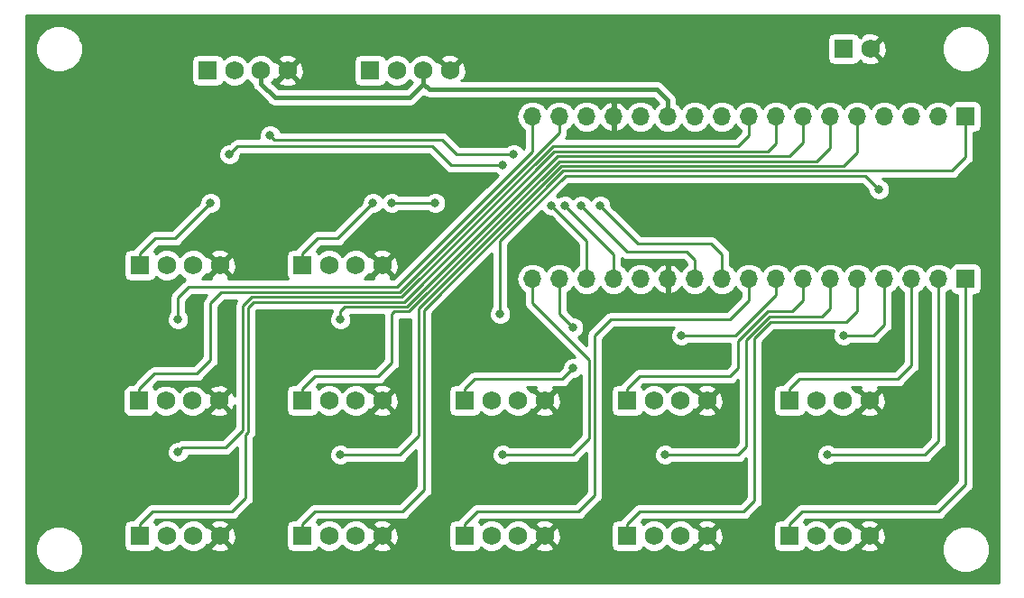
<source format=gbr>
G04 #@! TF.GenerationSoftware,KiCad,Pcbnew,(5.0.0)*
G04 #@! TF.CreationDate,2019-10-27T10:49:01-04:00*
G04 #@! TF.ProjectId,Micro-Breakoutout,4D6963726F2D427265616B6F75746F75,rev?*
G04 #@! TF.SameCoordinates,Original*
G04 #@! TF.FileFunction,Copper,L2,Bot,Signal*
G04 #@! TF.FilePolarity,Positive*
%FSLAX46Y46*%
G04 Gerber Fmt 4.6, Leading zero omitted, Abs format (unit mm)*
G04 Created by KiCad (PCBNEW (5.0.0)) date 10/27/19 10:49:01*
%MOMM*%
%LPD*%
G01*
G04 APERTURE LIST*
G04 #@! TA.AperFunction,ComponentPad*
%ADD10O,1.700000X1.700000*%
G04 #@! TD*
G04 #@! TA.AperFunction,ComponentPad*
%ADD11R,1.700000X1.700000*%
G04 #@! TD*
G04 #@! TA.AperFunction,ComponentPad*
%ADD12R,1.750000X1.750000*%
G04 #@! TD*
G04 #@! TA.AperFunction,ComponentPad*
%ADD13C,1.750000*%
G04 #@! TD*
G04 #@! TA.AperFunction,ViaPad*
%ADD14C,0.800000*%
G04 #@! TD*
G04 #@! TA.AperFunction,Conductor*
%ADD15C,0.250000*%
G04 #@! TD*
G04 #@! TA.AperFunction,Conductor*
%ADD16C,0.400000*%
G04 #@! TD*
G04 #@! TA.AperFunction,Conductor*
%ADD17C,0.254000*%
G04 #@! TD*
G04 APERTURE END LIST*
D10*
G04 #@! TO.P,J7,17*
G04 #@! TO.N,/B10LED*
X151130000Y-97790000D03*
G04 #@! TO.P,J7,16*
G04 #@! TO.N,/B10*
X153670000Y-97790000D03*
G04 #@! TO.P,J7,15*
G04 #@! TO.N,VBUS*
X156210000Y-97790000D03*
G04 #@! TO.P,J7,14*
G04 #@! TO.N,GND*
X158750000Y-97790000D03*
G04 #@! TO.P,J7,13*
G04 #@! TO.N,Net-(J7-Pad13)*
X161290000Y-97790000D03*
G04 #@! TO.P,J7,12*
G04 #@! TO.N,+5V*
X163830000Y-97790000D03*
G04 #@! TO.P,J7,11*
G04 #@! TO.N,Net-(J7-Pad11)*
X166370000Y-97790000D03*
G04 #@! TO.P,J7,10*
G04 #@! TO.N,Net-(J7-Pad10)*
X168910000Y-97790000D03*
G04 #@! TO.P,J7,9*
G04 #@! TO.N,/B9LED*
X171450000Y-97790000D03*
G04 #@! TO.P,J7,8*
G04 #@! TO.N,/B9*
X173990000Y-97790000D03*
G04 #@! TO.P,J7,7*
G04 #@! TO.N,/B8LED*
X176530000Y-97790000D03*
G04 #@! TO.P,J7,6*
G04 #@! TO.N,/B8*
X179070000Y-97790000D03*
G04 #@! TO.P,J7,5*
G04 #@! TO.N,/B7LED*
X181610000Y-97790000D03*
G04 #@! TO.P,J7,4*
G04 #@! TO.N,/B6LED*
X184150000Y-97790000D03*
G04 #@! TO.P,J7,3*
G04 #@! TO.N,Net-(J7-Pad3)*
X186690000Y-97790000D03*
G04 #@! TO.P,J7,2*
G04 #@! TO.N,+3V3*
X189230000Y-97790000D03*
D11*
G04 #@! TO.P,J7,1*
G04 #@! TO.N,/B7*
X191770000Y-97790000D03*
G04 #@! TD*
G04 #@! TO.P,J10,1*
G04 #@! TO.N,/B1*
X191770000Y-113030000D03*
D10*
G04 #@! TO.P,J10,2*
G04 #@! TO.N,/B1LED*
X189230000Y-113030000D03*
G04 #@! TO.P,J10,3*
G04 #@! TO.N,/B2*
X186690000Y-113030000D03*
G04 #@! TO.P,J10,4*
G04 #@! TO.N,/B2LED*
X184150000Y-113030000D03*
G04 #@! TO.P,J10,5*
G04 #@! TO.N,/B3*
X181610000Y-113030000D03*
G04 #@! TO.P,J10,6*
G04 #@! TO.N,/B3LED*
X179070000Y-113030000D03*
G04 #@! TO.P,J10,7*
G04 #@! TO.N,/B4*
X176530000Y-113030000D03*
G04 #@! TO.P,J10,8*
G04 #@! TO.N,/B4LED*
X173990000Y-113030000D03*
G04 #@! TO.P,J10,9*
G04 #@! TO.N,/B5*
X171450000Y-113030000D03*
G04 #@! TO.P,J10,10*
G04 #@! TO.N,/PIN3*
X168910000Y-113030000D03*
G04 #@! TO.P,J10,11*
G04 #@! TO.N,/PIN2*
X166370000Y-113030000D03*
G04 #@! TO.P,J10,12*
G04 #@! TO.N,GND*
X163830000Y-113030000D03*
G04 #@! TO.P,J10,13*
G04 #@! TO.N,Net-(J10-Pad13)*
X161290000Y-113030000D03*
G04 #@! TO.P,J10,14*
G04 #@! TO.N,/PIN0*
X158750000Y-113030000D03*
G04 #@! TO.P,J10,15*
G04 #@! TO.N,/PIN1*
X156210000Y-113030000D03*
G04 #@! TO.P,J10,16*
G04 #@! TO.N,/B6*
X153670000Y-113030000D03*
G04 #@! TO.P,J10,17*
G04 #@! TO.N,/B5LED*
X151130000Y-113030000D03*
G04 #@! TD*
D12*
G04 #@! TO.P,J17,1*
G04 #@! TO.N,/B12*
X114300000Y-111760000D03*
D13*
G04 #@! TO.P,J17,2*
G04 #@! TO.N,Net-(J17-Pad2)*
X116800000Y-111760000D03*
G04 #@! TO.P,J17,3*
G04 #@! TO.N,/LED+*
X119300000Y-111760000D03*
G04 #@! TO.P,J17,4*
G04 #@! TO.N,GND*
X121800000Y-111760000D03*
G04 #@! TD*
G04 #@! TO.P,J16,4*
G04 #@! TO.N,GND*
X137040000Y-124460000D03*
G04 #@! TO.P,J16,3*
G04 #@! TO.N,/LED+*
X134540000Y-124460000D03*
G04 #@! TO.P,J16,2*
G04 #@! TO.N,Net-(J16-Pad2)*
X132040000Y-124460000D03*
D12*
G04 #@! TO.P,J16,1*
G04 #@! TO.N,/B8*
X129540000Y-124460000D03*
G04 #@! TD*
G04 #@! TO.P,J14,1*
G04 #@! TO.N,/B10*
X114227001Y-124483001D03*
D13*
G04 #@! TO.P,J14,2*
G04 #@! TO.N,Net-(J14-Pad2)*
X116727001Y-124483001D03*
G04 #@! TO.P,J14,3*
G04 #@! TO.N,/LED+*
X119227001Y-124483001D03*
G04 #@! TO.P,J14,4*
G04 #@! TO.N,GND*
X121727001Y-124483001D03*
G04 #@! TD*
G04 #@! TO.P,J12,4*
G04 #@! TO.N,GND*
X137040000Y-111760000D03*
G04 #@! TO.P,J12,3*
G04 #@! TO.N,/LED+*
X134540000Y-111760000D03*
G04 #@! TO.P,J12,2*
G04 #@! TO.N,Net-(J12-Pad2)*
X132040000Y-111760000D03*
D12*
G04 #@! TO.P,J12,1*
G04 #@! TO.N,/B11*
X129540000Y-111760000D03*
G04 #@! TD*
D13*
G04 #@! TO.P,J13,2*
G04 #@! TO.N,GND*
X182840000Y-91440000D03*
D12*
G04 #@! TO.P,J13,1*
G04 #@! TO.N,+12V*
X180340000Y-91440000D03*
G04 #@! TD*
D13*
G04 #@! TO.P,J8,4*
G04 #@! TO.N,GND*
X152280000Y-137160000D03*
G04 #@! TO.P,J8,3*
G04 #@! TO.N,/LED+*
X149780000Y-137160000D03*
G04 #@! TO.P,J8,2*
G04 #@! TO.N,Net-(J8-Pad2)*
X147280000Y-137160000D03*
D12*
G04 #@! TO.P,J8,1*
G04 #@! TO.N,/B5*
X144780000Y-137160000D03*
G04 #@! TD*
D13*
G04 #@! TO.P,J2,4*
G04 #@! TO.N,GND*
X128150000Y-93472000D03*
G04 #@! TO.P,J2,3*
G04 #@! TO.N,+5V*
X125650000Y-93472000D03*
G04 #@! TO.P,J2,2*
G04 #@! TO.N,/QE2B*
X123150000Y-93472000D03*
D12*
G04 #@! TO.P,J2,1*
G04 #@! TO.N,/QE2A*
X120650000Y-93472000D03*
G04 #@! TD*
D13*
G04 #@! TO.P,J3,4*
G04 #@! TO.N,GND*
X182760000Y-137160000D03*
G04 #@! TO.P,J3,3*
G04 #@! TO.N,/LED+*
X180260000Y-137160000D03*
G04 #@! TO.P,J3,2*
G04 #@! TO.N,Net-(J3-Pad2)*
X177760000Y-137160000D03*
D12*
G04 #@! TO.P,J3,1*
G04 #@! TO.N,/B1*
X175260000Y-137160000D03*
G04 #@! TD*
G04 #@! TO.P,J4,1*
G04 #@! TO.N,/B2*
X175260000Y-124460000D03*
D13*
G04 #@! TO.P,J4,2*
G04 #@! TO.N,Net-(J4-Pad2)*
X177760000Y-124460000D03*
G04 #@! TO.P,J4,3*
G04 #@! TO.N,/LED+*
X180260000Y-124460000D03*
G04 #@! TO.P,J4,4*
G04 #@! TO.N,GND*
X182760000Y-124460000D03*
G04 #@! TD*
G04 #@! TO.P,J5,4*
G04 #@! TO.N,GND*
X167520000Y-137160000D03*
G04 #@! TO.P,J5,3*
G04 #@! TO.N,/LED+*
X165020000Y-137160000D03*
G04 #@! TO.P,J5,2*
G04 #@! TO.N,Net-(J5-Pad2)*
X162520000Y-137160000D03*
D12*
G04 #@! TO.P,J5,1*
G04 #@! TO.N,/B3*
X160020000Y-137160000D03*
G04 #@! TD*
G04 #@! TO.P,J9,1*
G04 #@! TO.N,/B6*
X144780000Y-124460000D03*
D13*
G04 #@! TO.P,J9,2*
G04 #@! TO.N,Net-(J9-Pad2)*
X147280000Y-124460000D03*
G04 #@! TO.P,J9,3*
G04 #@! TO.N,/LED+*
X149780000Y-124460000D03*
G04 #@! TO.P,J9,4*
G04 #@! TO.N,GND*
X152280000Y-124460000D03*
G04 #@! TD*
G04 #@! TO.P,J11,4*
G04 #@! TO.N,GND*
X137040000Y-137160000D03*
G04 #@! TO.P,J11,3*
G04 #@! TO.N,/LED+*
X134540000Y-137160000D03*
G04 #@! TO.P,J11,2*
G04 #@! TO.N,Net-(J11-Pad2)*
X132040000Y-137160000D03*
D12*
G04 #@! TO.P,J11,1*
G04 #@! TO.N,/B7*
X129540000Y-137160000D03*
G04 #@! TD*
D13*
G04 #@! TO.P,J18,4*
G04 #@! TO.N,GND*
X121800000Y-137160000D03*
G04 #@! TO.P,J18,3*
G04 #@! TO.N,/LED+*
X119300000Y-137160000D03*
G04 #@! TO.P,J18,2*
G04 #@! TO.N,Net-(J18-Pad2)*
X116800000Y-137160000D03*
D12*
G04 #@! TO.P,J18,1*
G04 #@! TO.N,/B9*
X114300000Y-137160000D03*
G04 #@! TD*
G04 #@! TO.P,J1,1*
G04 #@! TO.N,/QE1A*
X135890000Y-93472000D03*
D13*
G04 #@! TO.P,J1,2*
G04 #@! TO.N,/QE1B*
X138390000Y-93472000D03*
G04 #@! TO.P,J1,3*
G04 #@! TO.N,+5V*
X140890000Y-93472000D03*
G04 #@! TO.P,J1,4*
G04 #@! TO.N,GND*
X143390000Y-93472000D03*
G04 #@! TD*
G04 #@! TO.P,J6,4*
G04 #@! TO.N,GND*
X167520000Y-124460000D03*
G04 #@! TO.P,J6,3*
G04 #@! TO.N,/LED+*
X165020000Y-124460000D03*
G04 #@! TO.P,J6,2*
G04 #@! TO.N,Net-(J6-Pad2)*
X162520000Y-124460000D03*
D12*
G04 #@! TO.P,J6,1*
G04 #@! TO.N,/B4*
X160020000Y-124460000D03*
G04 #@! TD*
D14*
G04 #@! TO.N,/B7LED*
X133096000Y-129540000D03*
G04 #@! TO.N,/B6LED*
X148082000Y-116332000D03*
X183642000Y-104648000D03*
G04 #@! TO.N,/B5LED*
X148336000Y-129540000D03*
G04 #@! TO.N,/B4LED*
X165100000Y-118364000D03*
G04 #@! TO.N,/B3LED*
X163576000Y-129540000D03*
G04 #@! TO.N,/B2LED*
X180340000Y-118364000D03*
G04 #@! TO.N,/B1LED*
X178816000Y-129540000D03*
G04 #@! TO.N,/B9LED*
X117856000Y-129286000D03*
G04 #@! TO.N,/B8LED*
X133096000Y-116840000D03*
G04 #@! TO.N,/PIN0*
X154178000Y-106172000D03*
G04 #@! TO.N,/PIN1*
X137922000Y-105918000D03*
X141986000Y-105918000D03*
X152908000Y-106172000D03*
G04 #@! TO.N,/B6*
X154940000Y-121412000D03*
X154940000Y-117602000D03*
G04 #@! TO.N,/PIN3*
X126492000Y-99568000D03*
X149352000Y-101346000D03*
X157480000Y-106172000D03*
G04 #@! TO.N,/PIN2*
X122682000Y-101346000D03*
X148336000Y-102362000D03*
X155702000Y-106172000D03*
G04 #@! TO.N,/B10LED*
X117856000Y-116840000D03*
G04 #@! TO.N,/B12*
X120904000Y-105918000D03*
G04 #@! TO.N,/B11*
X136144000Y-105918000D03*
G04 #@! TD*
D15*
G04 #@! TO.N,/B7LED*
X138684000Y-129540000D02*
X140462000Y-127762000D01*
X133096000Y-129540000D02*
X138684000Y-129540000D01*
X140462000Y-127762000D02*
X140462000Y-115826820D01*
X140462000Y-115826820D02*
X153845380Y-102443440D01*
X181610000Y-101173440D02*
X180340000Y-102443440D01*
X181610000Y-97790000D02*
X181610000Y-101173440D01*
X153845380Y-102443440D02*
X180340000Y-102443440D01*
G04 #@! TO.N,/B6LED*
X150259999Y-107301641D02*
X154218180Y-103343460D01*
X150259999Y-107301641D02*
X148084820Y-109476820D01*
X148084820Y-109476820D02*
X148082000Y-109479640D01*
X148082000Y-109479640D02*
X148082000Y-116332000D01*
X182337460Y-103343460D02*
X181864000Y-103343460D01*
X183642000Y-104648000D02*
X182337460Y-103343460D01*
X154218180Y-103343460D02*
X181864000Y-103343460D01*
G04 #@! TO.N,/B5LED*
X148336000Y-129540000D02*
X154940000Y-129540000D01*
X154940000Y-129540000D02*
X156464000Y-128016000D01*
X156464000Y-128016000D02*
X156464000Y-120650000D01*
X156464000Y-120650000D02*
X152400000Y-116586000D01*
X152400000Y-116586000D02*
X151130000Y-115316000D01*
X151130000Y-115316000D02*
X151130000Y-113030000D01*
G04 #@! TO.N,/B4LED*
X170180000Y-118364000D02*
X165100000Y-118364000D01*
X172916010Y-115627990D02*
X170180000Y-118364000D01*
X173990000Y-114554000D02*
X172916010Y-115627990D01*
X173990000Y-113030000D02*
X173990000Y-114554000D01*
G04 #@! TO.N,/B3LED*
X170434000Y-129540000D02*
X163576000Y-129540000D01*
X173353590Y-116586000D02*
X171196000Y-118743590D01*
X171196000Y-118743590D02*
X171196000Y-128778000D01*
X171196000Y-128778000D02*
X170434000Y-129540000D01*
X179070000Y-115824000D02*
X178308000Y-116586000D01*
X179070000Y-113030000D02*
X179070000Y-115824000D01*
X178308000Y-116586000D02*
X173353590Y-116586000D01*
G04 #@! TO.N,/B2LED*
X184150000Y-117348000D02*
X183134000Y-118364000D01*
X184150000Y-113030000D02*
X184150000Y-117348000D01*
X183134000Y-118364000D02*
X180340000Y-118364000D01*
G04 #@! TO.N,/B1LED*
X189230000Y-128270000D02*
X187960000Y-129540000D01*
X189230000Y-113030000D02*
X189230000Y-128270000D01*
X178816000Y-129540000D02*
X187960000Y-129540000D01*
G04 #@! TO.N,/B9LED*
X118255999Y-128886001D02*
X117856000Y-129286000D01*
X122319999Y-128886001D02*
X118255999Y-128886001D01*
X123952000Y-127254000D02*
X122319999Y-128886001D01*
X123952000Y-115570000D02*
X123952000Y-127254000D01*
X153036410Y-100584000D02*
X138870400Y-114750010D01*
X138870400Y-114750010D02*
X124771990Y-114750010D01*
X124771990Y-114750010D02*
X123952000Y-115570000D01*
X171450000Y-99568000D02*
X170434000Y-100584000D01*
X171450000Y-97790000D02*
X171450000Y-99568000D01*
X170434000Y-100584000D02*
X153036410Y-100584000D01*
G04 #@! TO.N,/B8LED*
X133096000Y-116840000D02*
X133096000Y-116078000D01*
X133096000Y-116078000D02*
X133523971Y-115650029D01*
X133523971Y-115650029D02*
X139365971Y-115650029D01*
X139365971Y-115650029D02*
X153472580Y-101543420D01*
X176530000Y-100273420D02*
X175260000Y-101543420D01*
X176530000Y-97790000D02*
X176530000Y-100273420D01*
X153472580Y-101543420D02*
X175260000Y-101543420D01*
G04 #@! TO.N,/PIN0*
X158750000Y-113030000D02*
X158750000Y-110744000D01*
X154178000Y-106172000D02*
X158750000Y-110744000D01*
G04 #@! TO.N,/PIN1*
X137922000Y-105918000D02*
X140716000Y-105918000D01*
X141986000Y-105918000D02*
X140716000Y-105918000D01*
X156210000Y-111827919D02*
X156210000Y-109474000D01*
X156210000Y-113030000D02*
X156210000Y-111827919D01*
X156210000Y-109474000D02*
X152908000Y-106172000D01*
G04 #@! TO.N,/B8*
X129540000Y-123335000D02*
X130701000Y-122174000D01*
X129540000Y-124460000D02*
X129540000Y-123335000D01*
X130701000Y-122174000D02*
X136652000Y-122174000D01*
X136652000Y-122174000D02*
X137922000Y-120904000D01*
X137922000Y-116332000D02*
X138153961Y-116100039D01*
X137922000Y-120904000D02*
X137922000Y-116332000D01*
X138153961Y-116100039D02*
X139552372Y-116100038D01*
X139552372Y-116100038D02*
X153658980Y-101993430D01*
X179070000Y-100723430D02*
X177800000Y-101993430D01*
X179070000Y-97790000D02*
X179070000Y-100723430D01*
X153658980Y-101993430D02*
X177800000Y-101993430D01*
G04 #@! TO.N,/B4*
X160020000Y-124460000D02*
X160020000Y-123335000D01*
X161181000Y-122174000D02*
X169672000Y-122174000D01*
X160020000Y-123335000D02*
X161181000Y-122174000D01*
X169672000Y-122174000D02*
X170434000Y-121412000D01*
X170434000Y-121412000D02*
X170434000Y-118869180D01*
X170434000Y-118869180D02*
X173225180Y-116078000D01*
X176530000Y-115062000D02*
X175514000Y-116078000D01*
X176530000Y-113030000D02*
X176530000Y-115062000D01*
X173225180Y-116078000D02*
X175514000Y-116078000D01*
D16*
G04 #@! TO.N,+5V*
X140890000Y-93472000D02*
X140890000Y-94709436D01*
X125650000Y-94709436D02*
X126952564Y-96012000D01*
X125650000Y-93472000D02*
X125650000Y-94709436D01*
X139587436Y-96012000D02*
X140890000Y-94709436D01*
X126952564Y-96012000D02*
X139587436Y-96012000D01*
X141430564Y-95250000D02*
X140890000Y-94709436D01*
X162814000Y-95250000D02*
X141430564Y-95250000D01*
X163830000Y-97790000D02*
X163830000Y-96266000D01*
X163830000Y-96266000D02*
X162814000Y-95250000D01*
D15*
G04 #@! TO.N,/B9*
X114300000Y-136035000D02*
X115461000Y-134874000D01*
X114300000Y-137160000D02*
X114300000Y-136035000D01*
X115461000Y-134874000D02*
X122936000Y-134874000D01*
X122936000Y-134874000D02*
X124206000Y-133604000D01*
X124206000Y-127636410D02*
X124460000Y-127382410D01*
X124206000Y-133604000D02*
X124206000Y-127636410D01*
X124460000Y-127382410D02*
X124460000Y-115698410D01*
X124958390Y-115200020D02*
X139056801Y-115200019D01*
X124460000Y-115698410D02*
X124958390Y-115200020D01*
X139056801Y-115200019D02*
X153163410Y-101093410D01*
X173990000Y-100331410D02*
X173228000Y-101093410D01*
X173990000Y-97790000D02*
X173990000Y-100331410D01*
X153163410Y-101093410D02*
X173228000Y-101093410D01*
G04 #@! TO.N,/B7*
X129540000Y-136035000D02*
X130701000Y-134874000D01*
X129540000Y-137160000D02*
X129540000Y-136035000D01*
X130701000Y-134874000D02*
X138938000Y-134874000D01*
X140970000Y-132842000D02*
X140970000Y-115955230D01*
X138938000Y-134874000D02*
X140970000Y-132842000D01*
X140970000Y-115955230D02*
X154031780Y-102893450D01*
X191770000Y-101623450D02*
X190500000Y-102893450D01*
X191770000Y-97790000D02*
X191770000Y-101623450D01*
X154031780Y-102893450D02*
X190500000Y-102893450D01*
G04 #@! TO.N,/B6*
X144780000Y-123335000D02*
X145687000Y-122428000D01*
X144780000Y-124460000D02*
X144780000Y-123335000D01*
X145687000Y-122428000D02*
X153924000Y-122428000D01*
X153924000Y-122428000D02*
X154940000Y-121412000D01*
X153670000Y-116332000D02*
X154940000Y-117602000D01*
X153670000Y-113030000D02*
X153670000Y-116332000D01*
G04 #@! TO.N,/B3*
X160020000Y-136035000D02*
X161181000Y-134874000D01*
X160020000Y-137160000D02*
X160020000Y-136035000D01*
X161181000Y-134874000D02*
X170942000Y-134874000D01*
X170942000Y-134874000D02*
X171958000Y-133858000D01*
X171958000Y-133858000D02*
X171958000Y-118618000D01*
X171958000Y-118618000D02*
X173482000Y-117094000D01*
X181610000Y-116078000D02*
X180594000Y-117094000D01*
X181610000Y-113030000D02*
X181610000Y-116078000D01*
X173482000Y-117094000D02*
X180594000Y-117094000D01*
G04 #@! TO.N,/B2*
X175260000Y-123335000D02*
X176167000Y-122428000D01*
X175260000Y-124460000D02*
X175260000Y-123335000D01*
X186690000Y-121158000D02*
X185420000Y-122428000D01*
X186690000Y-113030000D02*
X186690000Y-121158000D01*
X176167000Y-122428000D02*
X185420000Y-122428000D01*
G04 #@! TO.N,/B1*
X175260000Y-136035000D02*
X175260000Y-137160000D01*
X176421000Y-134874000D02*
X175260000Y-136035000D01*
X189230000Y-134874000D02*
X176421000Y-134874000D01*
X191770000Y-114130000D02*
X191770000Y-132334000D01*
X191770000Y-113030000D02*
X191770000Y-114130000D01*
X191770000Y-132334000D02*
X189230000Y-134874000D01*
G04 #@! TO.N,/B5*
X144780000Y-136035000D02*
X145941000Y-134874000D01*
X144780000Y-137160000D02*
X144780000Y-136035000D01*
X145941000Y-134874000D02*
X155448000Y-134874000D01*
X155448000Y-134874000D02*
X156972000Y-133350000D01*
X156972000Y-133350000D02*
X156972000Y-118364000D01*
X156972000Y-118364000D02*
X158496000Y-116840000D01*
X171450000Y-113030000D02*
X171450000Y-115062000D01*
X171450000Y-115062000D02*
X169672000Y-116840000D01*
X158496000Y-116840000D02*
X169672000Y-116840000D01*
G04 #@! TO.N,/PIN3*
X126891999Y-99967999D02*
X142639999Y-99967999D01*
X126492000Y-99568000D02*
X126891999Y-99967999D01*
X142639999Y-99967999D02*
X144018000Y-101346000D01*
X144018000Y-101346000D02*
X148082000Y-101346000D01*
X157480000Y-106172000D02*
X161036000Y-109728000D01*
X148082000Y-101346000D02*
X149352000Y-101346000D01*
X168910000Y-110744000D02*
X167894000Y-109728000D01*
X168910000Y-113030000D02*
X168910000Y-110744000D01*
X161036000Y-109728000D02*
X167894000Y-109728000D01*
G04 #@! TO.N,/PIN2*
X147066000Y-102362000D02*
X143510000Y-102362000D01*
X143510000Y-102362000D02*
X141732000Y-100584000D01*
X122682000Y-101346000D02*
X123444000Y-100584000D01*
X141732000Y-100584000D02*
X123444000Y-100584000D01*
X155702000Y-106172000D02*
X160020000Y-110490000D01*
X147066000Y-102362000D02*
X148336000Y-102362000D01*
X166370000Y-111252000D02*
X165608000Y-110490000D01*
X166370000Y-113030000D02*
X166370000Y-111252000D01*
X160020000Y-110490000D02*
X165608000Y-110490000D01*
G04 #@! TO.N,/B10LED*
X118872000Y-113792000D02*
X138430000Y-113792000D01*
X117856000Y-116840000D02*
X117856000Y-114808000D01*
X117856000Y-114808000D02*
X118872000Y-113792000D01*
X151130000Y-97790000D02*
X151130000Y-101092000D01*
X138430000Y-113792000D02*
X151130000Y-101092000D01*
G04 #@! TO.N,/B12*
X115715000Y-109220000D02*
X114300000Y-110635000D01*
X114300000Y-110635000D02*
X114300000Y-111760000D01*
X117602000Y-109220000D02*
X117348000Y-109220000D01*
X120904000Y-105918000D02*
X117602000Y-109220000D01*
X117348000Y-109220000D02*
X115715000Y-109220000D01*
G04 #@! TO.N,/B11*
X136144000Y-105918000D02*
X132842000Y-109220000D01*
X129540000Y-110635000D02*
X129540000Y-111760000D01*
X130955000Y-109220000D02*
X129540000Y-110635000D01*
X130955000Y-109220000D02*
X132842000Y-109220000D01*
G04 #@! TO.N,/B10*
X114227001Y-123358001D02*
X114227001Y-124483001D01*
X115665002Y-121920000D02*
X114227001Y-123358001D01*
X119634000Y-121920000D02*
X115665002Y-121920000D01*
X120904000Y-120650000D02*
X119634000Y-121920000D01*
X120904000Y-115316000D02*
X120904000Y-120650000D01*
X153162000Y-99822000D02*
X138684000Y-114300000D01*
X138684000Y-114300000D02*
X121920000Y-114300000D01*
X121920000Y-114300000D02*
X120904000Y-115316000D01*
X153670000Y-97790000D02*
X153670000Y-98992081D01*
X153162000Y-99822000D02*
X153670000Y-99314000D01*
X153670000Y-99314000D02*
X153670000Y-98992081D01*
G04 #@! TD*
D17*
G04 #@! TO.N,GND*
G36*
X194870001Y-141530000D02*
X103580000Y-141530000D01*
X103580000Y-137985431D01*
X104445000Y-137985431D01*
X104445000Y-138874569D01*
X104785259Y-139696026D01*
X105413974Y-140324741D01*
X106235431Y-140665000D01*
X107124569Y-140665000D01*
X107946026Y-140324741D01*
X108574741Y-139696026D01*
X108915000Y-138874569D01*
X108915000Y-137985431D01*
X108574741Y-137163974D01*
X107946026Y-136535259D01*
X107124569Y-136195000D01*
X106235431Y-136195000D01*
X105413974Y-136535259D01*
X104785259Y-137163974D01*
X104445000Y-137985431D01*
X103580000Y-137985431D01*
X103580000Y-123608001D01*
X112704561Y-123608001D01*
X112704561Y-125358001D01*
X112753844Y-125605766D01*
X112894192Y-125815810D01*
X113104236Y-125956158D01*
X113352001Y-126005441D01*
X115102001Y-126005441D01*
X115349766Y-125956158D01*
X115559810Y-125815810D01*
X115700158Y-125605766D01*
X115702505Y-125593967D01*
X115871655Y-125763117D01*
X116426643Y-125993001D01*
X117027359Y-125993001D01*
X117582347Y-125763117D01*
X117977001Y-125368463D01*
X118371655Y-125763117D01*
X118926643Y-125993001D01*
X119527359Y-125993001D01*
X120082347Y-125763117D01*
X120300403Y-125545061D01*
X120844546Y-125545061D01*
X120927885Y-125798954D01*
X121492307Y-126004591D01*
X122092459Y-125978580D01*
X122526117Y-125798954D01*
X122609456Y-125545061D01*
X121727001Y-124662606D01*
X120844546Y-125545061D01*
X120300403Y-125545061D01*
X120507117Y-125338347D01*
X120516122Y-125316607D01*
X120664941Y-125365456D01*
X121547396Y-124483001D01*
X120664941Y-123600546D01*
X120516122Y-123649395D01*
X120507117Y-123627655D01*
X120300403Y-123420941D01*
X120844546Y-123420941D01*
X121727001Y-124303396D01*
X122609456Y-123420941D01*
X122526117Y-123167048D01*
X121961695Y-122961411D01*
X121361543Y-122987422D01*
X120927885Y-123167048D01*
X120844546Y-123420941D01*
X120300403Y-123420941D01*
X120082347Y-123202885D01*
X119527359Y-122973001D01*
X118926643Y-122973001D01*
X118371655Y-123202885D01*
X117977001Y-123597539D01*
X117582347Y-123202885D01*
X117027359Y-122973001D01*
X116426643Y-122973001D01*
X115871655Y-123202885D01*
X115702505Y-123372035D01*
X115700158Y-123360236D01*
X115559810Y-123150192D01*
X115529718Y-123130085D01*
X115979804Y-122680000D01*
X119559153Y-122680000D01*
X119634000Y-122694888D01*
X119708847Y-122680000D01*
X119708852Y-122680000D01*
X119930537Y-122635904D01*
X120181929Y-122467929D01*
X120224331Y-122404470D01*
X121388473Y-121240329D01*
X121451929Y-121197929D01*
X121619904Y-120946537D01*
X121664000Y-120724852D01*
X121664000Y-120724848D01*
X121678888Y-120650001D01*
X121664000Y-120575154D01*
X121664000Y-115630801D01*
X122234802Y-115060000D01*
X123378728Y-115060000D01*
X123236096Y-115273464D01*
X123192000Y-115495149D01*
X123192000Y-115495153D01*
X123177112Y-115570000D01*
X123192000Y-115644847D01*
X123192001Y-124043718D01*
X123042954Y-123683885D01*
X122789061Y-123600546D01*
X121906606Y-124483001D01*
X122789061Y-125365456D01*
X123042954Y-125282117D01*
X123192001Y-124873021D01*
X123192001Y-126939197D01*
X122005198Y-128126001D01*
X118330845Y-128126001D01*
X118255998Y-128111113D01*
X118181151Y-128126001D01*
X118181147Y-128126001D01*
X117959462Y-128170097D01*
X117838382Y-128251000D01*
X117650126Y-128251000D01*
X117269720Y-128408569D01*
X116978569Y-128699720D01*
X116821000Y-129080126D01*
X116821000Y-129491874D01*
X116978569Y-129872280D01*
X117269720Y-130163431D01*
X117650126Y-130321000D01*
X118061874Y-130321000D01*
X118442280Y-130163431D01*
X118733431Y-129872280D01*
X118827159Y-129646001D01*
X122245152Y-129646001D01*
X122319999Y-129660889D01*
X122394846Y-129646001D01*
X122394851Y-129646001D01*
X122616536Y-129601905D01*
X122867928Y-129433930D01*
X122910330Y-129370471D01*
X123446001Y-128834801D01*
X123446000Y-133289198D01*
X122621199Y-134114000D01*
X115535847Y-134114000D01*
X115461000Y-134099112D01*
X115386153Y-134114000D01*
X115386148Y-134114000D01*
X115164463Y-134158096D01*
X114913071Y-134326071D01*
X114870671Y-134389527D01*
X113815528Y-135444671D01*
X113752072Y-135487071D01*
X113709672Y-135550527D01*
X113709671Y-135550528D01*
X113651518Y-135637560D01*
X113425000Y-135637560D01*
X113177235Y-135686843D01*
X112967191Y-135827191D01*
X112826843Y-136037235D01*
X112777560Y-136285000D01*
X112777560Y-138035000D01*
X112826843Y-138282765D01*
X112967191Y-138492809D01*
X113177235Y-138633157D01*
X113425000Y-138682440D01*
X115175000Y-138682440D01*
X115422765Y-138633157D01*
X115632809Y-138492809D01*
X115773157Y-138282765D01*
X115775504Y-138270966D01*
X115944654Y-138440116D01*
X116499642Y-138670000D01*
X117100358Y-138670000D01*
X117655346Y-138440116D01*
X118050000Y-138045462D01*
X118444654Y-138440116D01*
X118999642Y-138670000D01*
X119600358Y-138670000D01*
X120155346Y-138440116D01*
X120373402Y-138222060D01*
X120917545Y-138222060D01*
X121000884Y-138475953D01*
X121565306Y-138681590D01*
X122165458Y-138655579D01*
X122599116Y-138475953D01*
X122682455Y-138222060D01*
X121800000Y-137339605D01*
X120917545Y-138222060D01*
X120373402Y-138222060D01*
X120580116Y-138015346D01*
X120589121Y-137993606D01*
X120737940Y-138042455D01*
X121620395Y-137160000D01*
X121979605Y-137160000D01*
X122862060Y-138042455D01*
X123115953Y-137959116D01*
X123321590Y-137394694D01*
X123295579Y-136794542D01*
X123115953Y-136360884D01*
X122862060Y-136277545D01*
X121979605Y-137160000D01*
X121620395Y-137160000D01*
X120737940Y-136277545D01*
X120589121Y-136326394D01*
X120580116Y-136304654D01*
X120373402Y-136097940D01*
X120917545Y-136097940D01*
X121800000Y-136980395D01*
X122682455Y-136097940D01*
X122599116Y-135844047D01*
X122034694Y-135638410D01*
X121434542Y-135664421D01*
X121000884Y-135844047D01*
X120917545Y-136097940D01*
X120373402Y-136097940D01*
X120155346Y-135879884D01*
X119600358Y-135650000D01*
X118999642Y-135650000D01*
X118444654Y-135879884D01*
X118050000Y-136274538D01*
X117655346Y-135879884D01*
X117100358Y-135650000D01*
X116499642Y-135650000D01*
X115944654Y-135879884D01*
X115775504Y-136049034D01*
X115773157Y-136037235D01*
X115632809Y-135827191D01*
X115602717Y-135807084D01*
X115775802Y-135634000D01*
X122861153Y-135634000D01*
X122936000Y-135648888D01*
X123010847Y-135634000D01*
X123010852Y-135634000D01*
X123232537Y-135589904D01*
X123483929Y-135421929D01*
X123526331Y-135358470D01*
X124690473Y-134194329D01*
X124753929Y-134151929D01*
X124921904Y-133900537D01*
X124966000Y-133678852D01*
X124966000Y-133678848D01*
X124980888Y-133604001D01*
X124966000Y-133529154D01*
X124966000Y-127958355D01*
X125007929Y-127930339D01*
X125175904Y-127678947D01*
X125220000Y-127457262D01*
X125220000Y-127457258D01*
X125234888Y-127382411D01*
X125220000Y-127307564D01*
X125220000Y-116013211D01*
X125273192Y-115960020D01*
X132344579Y-115960019D01*
X132336000Y-116003148D01*
X132336000Y-116003153D01*
X132321112Y-116078000D01*
X132333253Y-116139036D01*
X132218569Y-116253720D01*
X132061000Y-116634126D01*
X132061000Y-117045874D01*
X132218569Y-117426280D01*
X132509720Y-117717431D01*
X132890126Y-117875000D01*
X133301874Y-117875000D01*
X133682280Y-117717431D01*
X133973431Y-117426280D01*
X134131000Y-117045874D01*
X134131000Y-116634126D01*
X134038176Y-116410029D01*
X137162001Y-116410029D01*
X137162000Y-120589198D01*
X136337199Y-121414000D01*
X130775847Y-121414000D01*
X130701000Y-121399112D01*
X130626153Y-121414000D01*
X130626148Y-121414000D01*
X130404463Y-121458096D01*
X130153071Y-121626071D01*
X130110671Y-121689527D01*
X129055528Y-122744671D01*
X128992072Y-122787071D01*
X128949672Y-122850527D01*
X128949671Y-122850528D01*
X128891518Y-122937560D01*
X128665000Y-122937560D01*
X128417235Y-122986843D01*
X128207191Y-123127191D01*
X128066843Y-123337235D01*
X128017560Y-123585000D01*
X128017560Y-125335000D01*
X128066843Y-125582765D01*
X128207191Y-125792809D01*
X128417235Y-125933157D01*
X128665000Y-125982440D01*
X130415000Y-125982440D01*
X130662765Y-125933157D01*
X130872809Y-125792809D01*
X131013157Y-125582765D01*
X131015504Y-125570966D01*
X131184654Y-125740116D01*
X131739642Y-125970000D01*
X132340358Y-125970000D01*
X132895346Y-125740116D01*
X133290000Y-125345462D01*
X133684654Y-125740116D01*
X134239642Y-125970000D01*
X134840358Y-125970000D01*
X135395346Y-125740116D01*
X135613402Y-125522060D01*
X136157545Y-125522060D01*
X136240884Y-125775953D01*
X136805306Y-125981590D01*
X137405458Y-125955579D01*
X137839116Y-125775953D01*
X137922455Y-125522060D01*
X137040000Y-124639605D01*
X136157545Y-125522060D01*
X135613402Y-125522060D01*
X135820116Y-125315346D01*
X135829121Y-125293606D01*
X135977940Y-125342455D01*
X136860395Y-124460000D01*
X137219605Y-124460000D01*
X138102060Y-125342455D01*
X138355953Y-125259116D01*
X138561590Y-124694694D01*
X138535579Y-124094542D01*
X138355953Y-123660884D01*
X138102060Y-123577545D01*
X137219605Y-124460000D01*
X136860395Y-124460000D01*
X135977940Y-123577545D01*
X135829121Y-123626394D01*
X135820116Y-123604654D01*
X135613402Y-123397940D01*
X136157545Y-123397940D01*
X137040000Y-124280395D01*
X137922455Y-123397940D01*
X137839116Y-123144047D01*
X137274694Y-122938410D01*
X136674542Y-122964421D01*
X136240884Y-123144047D01*
X136157545Y-123397940D01*
X135613402Y-123397940D01*
X135395346Y-123179884D01*
X134840358Y-122950000D01*
X134239642Y-122950000D01*
X133684654Y-123179884D01*
X133290000Y-123574538D01*
X132895346Y-123179884D01*
X132340358Y-122950000D01*
X131739642Y-122950000D01*
X131184654Y-123179884D01*
X131015504Y-123349034D01*
X131013157Y-123337235D01*
X130872809Y-123127191D01*
X130842717Y-123107084D01*
X131015802Y-122934000D01*
X136577153Y-122934000D01*
X136652000Y-122948888D01*
X136726847Y-122934000D01*
X136726852Y-122934000D01*
X136948537Y-122889904D01*
X137199929Y-122721929D01*
X137242331Y-122658470D01*
X138406473Y-121494329D01*
X138469929Y-121451929D01*
X138637904Y-121200537D01*
X138682000Y-120978852D01*
X138682000Y-120978848D01*
X138696888Y-120904001D01*
X138682000Y-120829154D01*
X138682000Y-116860038D01*
X139477521Y-116860037D01*
X139552372Y-116874926D01*
X139702001Y-116845163D01*
X139702000Y-127447198D01*
X138369199Y-128780000D01*
X133799711Y-128780000D01*
X133682280Y-128662569D01*
X133301874Y-128505000D01*
X132890126Y-128505000D01*
X132509720Y-128662569D01*
X132218569Y-128953720D01*
X132061000Y-129334126D01*
X132061000Y-129745874D01*
X132218569Y-130126280D01*
X132509720Y-130417431D01*
X132890126Y-130575000D01*
X133301874Y-130575000D01*
X133682280Y-130417431D01*
X133799711Y-130300000D01*
X138609153Y-130300000D01*
X138684000Y-130314888D01*
X138758847Y-130300000D01*
X138758852Y-130300000D01*
X138980537Y-130255904D01*
X139231929Y-130087929D01*
X139274331Y-130024470D01*
X140210000Y-129088801D01*
X140210000Y-132527198D01*
X138623199Y-134114000D01*
X130775847Y-134114000D01*
X130701000Y-134099112D01*
X130626153Y-134114000D01*
X130626148Y-134114000D01*
X130404463Y-134158096D01*
X130153071Y-134326071D01*
X130110671Y-134389527D01*
X129055528Y-135444671D01*
X128992072Y-135487071D01*
X128949672Y-135550527D01*
X128949671Y-135550528D01*
X128891518Y-135637560D01*
X128665000Y-135637560D01*
X128417235Y-135686843D01*
X128207191Y-135827191D01*
X128066843Y-136037235D01*
X128017560Y-136285000D01*
X128017560Y-138035000D01*
X128066843Y-138282765D01*
X128207191Y-138492809D01*
X128417235Y-138633157D01*
X128665000Y-138682440D01*
X130415000Y-138682440D01*
X130662765Y-138633157D01*
X130872809Y-138492809D01*
X131013157Y-138282765D01*
X131015504Y-138270966D01*
X131184654Y-138440116D01*
X131739642Y-138670000D01*
X132340358Y-138670000D01*
X132895346Y-138440116D01*
X133290000Y-138045462D01*
X133684654Y-138440116D01*
X134239642Y-138670000D01*
X134840358Y-138670000D01*
X135395346Y-138440116D01*
X135613402Y-138222060D01*
X136157545Y-138222060D01*
X136240884Y-138475953D01*
X136805306Y-138681590D01*
X137405458Y-138655579D01*
X137839116Y-138475953D01*
X137922455Y-138222060D01*
X137040000Y-137339605D01*
X136157545Y-138222060D01*
X135613402Y-138222060D01*
X135820116Y-138015346D01*
X135829121Y-137993606D01*
X135977940Y-138042455D01*
X136860395Y-137160000D01*
X137219605Y-137160000D01*
X138102060Y-138042455D01*
X138355953Y-137959116D01*
X138561590Y-137394694D01*
X138535579Y-136794542D01*
X138355953Y-136360884D01*
X138102060Y-136277545D01*
X137219605Y-137160000D01*
X136860395Y-137160000D01*
X135977940Y-136277545D01*
X135829121Y-136326394D01*
X135820116Y-136304654D01*
X135613402Y-136097940D01*
X136157545Y-136097940D01*
X137040000Y-136980395D01*
X137922455Y-136097940D01*
X137839116Y-135844047D01*
X137274694Y-135638410D01*
X136674542Y-135664421D01*
X136240884Y-135844047D01*
X136157545Y-136097940D01*
X135613402Y-136097940D01*
X135395346Y-135879884D01*
X134840358Y-135650000D01*
X134239642Y-135650000D01*
X133684654Y-135879884D01*
X133290000Y-136274538D01*
X132895346Y-135879884D01*
X132340358Y-135650000D01*
X131739642Y-135650000D01*
X131184654Y-135879884D01*
X131015504Y-136049034D01*
X131013157Y-136037235D01*
X130872809Y-135827191D01*
X130842717Y-135807084D01*
X131015802Y-135634000D01*
X138863153Y-135634000D01*
X138938000Y-135648888D01*
X139012847Y-135634000D01*
X139012852Y-135634000D01*
X139234537Y-135589904D01*
X139485929Y-135421929D01*
X139528331Y-135358470D01*
X141454473Y-133432329D01*
X141517929Y-133389929D01*
X141685904Y-133138537D01*
X141730000Y-132916852D01*
X141730000Y-132916847D01*
X141744888Y-132842000D01*
X141730000Y-132767153D01*
X141730000Y-116270031D01*
X147322000Y-110678032D01*
X147322001Y-115628288D01*
X147204569Y-115745720D01*
X147047000Y-116126126D01*
X147047000Y-116537874D01*
X147204569Y-116918280D01*
X147495720Y-117209431D01*
X147876126Y-117367000D01*
X148287874Y-117367000D01*
X148668280Y-117209431D01*
X148959431Y-116918280D01*
X149117000Y-116537874D01*
X149117000Y-116126126D01*
X148959431Y-115745720D01*
X148842000Y-115628289D01*
X148842000Y-109794441D01*
X150850328Y-107786114D01*
X150850330Y-107786111D01*
X151985930Y-106650511D01*
X152030569Y-106758280D01*
X152321720Y-107049431D01*
X152702126Y-107207000D01*
X152868199Y-107207000D01*
X155450001Y-109788803D01*
X155450000Y-111751822D01*
X155139375Y-111959375D01*
X154940000Y-112257761D01*
X154740625Y-111959375D01*
X154249418Y-111631161D01*
X153816256Y-111545000D01*
X153523744Y-111545000D01*
X153090582Y-111631161D01*
X152599375Y-111959375D01*
X152400000Y-112257761D01*
X152200625Y-111959375D01*
X151709418Y-111631161D01*
X151276256Y-111545000D01*
X150983744Y-111545000D01*
X150550582Y-111631161D01*
X150059375Y-111959375D01*
X149731161Y-112450582D01*
X149615908Y-113030000D01*
X149731161Y-113609418D01*
X150059375Y-114100625D01*
X150370000Y-114308178D01*
X150370000Y-115241153D01*
X150355112Y-115316000D01*
X150370000Y-115390847D01*
X150370000Y-115390851D01*
X150414096Y-115612536D01*
X150582071Y-115863929D01*
X150645530Y-115906331D01*
X151915527Y-117176329D01*
X151915530Y-117176331D01*
X155116198Y-120377000D01*
X154734126Y-120377000D01*
X154353720Y-120534569D01*
X154062569Y-120825720D01*
X153905000Y-121206126D01*
X153905000Y-121372198D01*
X153609199Y-121668000D01*
X145761848Y-121668000D01*
X145687000Y-121653112D01*
X145612152Y-121668000D01*
X145612148Y-121668000D01*
X145438605Y-121702520D01*
X145390462Y-121712096D01*
X145203418Y-121837076D01*
X145139071Y-121880071D01*
X145096671Y-121943527D01*
X144295528Y-122744671D01*
X144232072Y-122787071D01*
X144189672Y-122850527D01*
X144189671Y-122850528D01*
X144131518Y-122937560D01*
X143905000Y-122937560D01*
X143657235Y-122986843D01*
X143447191Y-123127191D01*
X143306843Y-123337235D01*
X143257560Y-123585000D01*
X143257560Y-125335000D01*
X143306843Y-125582765D01*
X143447191Y-125792809D01*
X143657235Y-125933157D01*
X143905000Y-125982440D01*
X145655000Y-125982440D01*
X145902765Y-125933157D01*
X146112809Y-125792809D01*
X146253157Y-125582765D01*
X146255504Y-125570966D01*
X146424654Y-125740116D01*
X146979642Y-125970000D01*
X147580358Y-125970000D01*
X148135346Y-125740116D01*
X148530000Y-125345462D01*
X148924654Y-125740116D01*
X149479642Y-125970000D01*
X150080358Y-125970000D01*
X150635346Y-125740116D01*
X150853402Y-125522060D01*
X151397545Y-125522060D01*
X151480884Y-125775953D01*
X152045306Y-125981590D01*
X152645458Y-125955579D01*
X153079116Y-125775953D01*
X153162455Y-125522060D01*
X152280000Y-124639605D01*
X151397545Y-125522060D01*
X150853402Y-125522060D01*
X151060116Y-125315346D01*
X151069121Y-125293606D01*
X151217940Y-125342455D01*
X152100395Y-124460000D01*
X152459605Y-124460000D01*
X153342060Y-125342455D01*
X153595953Y-125259116D01*
X153801590Y-124694694D01*
X153775579Y-124094542D01*
X153595953Y-123660884D01*
X153342060Y-123577545D01*
X152459605Y-124460000D01*
X152100395Y-124460000D01*
X151217940Y-123577545D01*
X151069121Y-123626394D01*
X151060116Y-123604654D01*
X150643462Y-123188000D01*
X151466457Y-123188000D01*
X151397545Y-123397940D01*
X152280000Y-124280395D01*
X153162455Y-123397940D01*
X153093543Y-123188000D01*
X153849153Y-123188000D01*
X153924000Y-123202888D01*
X153998847Y-123188000D01*
X153998852Y-123188000D01*
X154220537Y-123143904D01*
X154471929Y-122975929D01*
X154514331Y-122912470D01*
X154979802Y-122447000D01*
X155145874Y-122447000D01*
X155526280Y-122289431D01*
X155704001Y-122111710D01*
X155704000Y-127701197D01*
X154625199Y-128780000D01*
X149039711Y-128780000D01*
X148922280Y-128662569D01*
X148541874Y-128505000D01*
X148130126Y-128505000D01*
X147749720Y-128662569D01*
X147458569Y-128953720D01*
X147301000Y-129334126D01*
X147301000Y-129745874D01*
X147458569Y-130126280D01*
X147749720Y-130417431D01*
X148130126Y-130575000D01*
X148541874Y-130575000D01*
X148922280Y-130417431D01*
X149039711Y-130300000D01*
X154865153Y-130300000D01*
X154940000Y-130314888D01*
X155014847Y-130300000D01*
X155014852Y-130300000D01*
X155236537Y-130255904D01*
X155487929Y-130087929D01*
X155530331Y-130024470D01*
X156212000Y-129342802D01*
X156212000Y-133035197D01*
X155133199Y-134114000D01*
X146015847Y-134114000D01*
X145941000Y-134099112D01*
X145866153Y-134114000D01*
X145866148Y-134114000D01*
X145644463Y-134158096D01*
X145393071Y-134326071D01*
X145350671Y-134389527D01*
X144295528Y-135444671D01*
X144232072Y-135487071D01*
X144189672Y-135550527D01*
X144189671Y-135550528D01*
X144131518Y-135637560D01*
X143905000Y-135637560D01*
X143657235Y-135686843D01*
X143447191Y-135827191D01*
X143306843Y-136037235D01*
X143257560Y-136285000D01*
X143257560Y-138035000D01*
X143306843Y-138282765D01*
X143447191Y-138492809D01*
X143657235Y-138633157D01*
X143905000Y-138682440D01*
X145655000Y-138682440D01*
X145902765Y-138633157D01*
X146112809Y-138492809D01*
X146253157Y-138282765D01*
X146255504Y-138270966D01*
X146424654Y-138440116D01*
X146979642Y-138670000D01*
X147580358Y-138670000D01*
X148135346Y-138440116D01*
X148530000Y-138045462D01*
X148924654Y-138440116D01*
X149479642Y-138670000D01*
X150080358Y-138670000D01*
X150635346Y-138440116D01*
X150853402Y-138222060D01*
X151397545Y-138222060D01*
X151480884Y-138475953D01*
X152045306Y-138681590D01*
X152645458Y-138655579D01*
X153079116Y-138475953D01*
X153162455Y-138222060D01*
X152280000Y-137339605D01*
X151397545Y-138222060D01*
X150853402Y-138222060D01*
X151060116Y-138015346D01*
X151069121Y-137993606D01*
X151217940Y-138042455D01*
X152100395Y-137160000D01*
X152459605Y-137160000D01*
X153342060Y-138042455D01*
X153595953Y-137959116D01*
X153801590Y-137394694D01*
X153775579Y-136794542D01*
X153595953Y-136360884D01*
X153342060Y-136277545D01*
X152459605Y-137160000D01*
X152100395Y-137160000D01*
X151217940Y-136277545D01*
X151069121Y-136326394D01*
X151060116Y-136304654D01*
X150853402Y-136097940D01*
X151397545Y-136097940D01*
X152280000Y-136980395D01*
X153162455Y-136097940D01*
X153079116Y-135844047D01*
X152514694Y-135638410D01*
X151914542Y-135664421D01*
X151480884Y-135844047D01*
X151397545Y-136097940D01*
X150853402Y-136097940D01*
X150635346Y-135879884D01*
X150080358Y-135650000D01*
X149479642Y-135650000D01*
X148924654Y-135879884D01*
X148530000Y-136274538D01*
X148135346Y-135879884D01*
X147580358Y-135650000D01*
X146979642Y-135650000D01*
X146424654Y-135879884D01*
X146255504Y-136049034D01*
X146253157Y-136037235D01*
X146112809Y-135827191D01*
X146082717Y-135807084D01*
X146255802Y-135634000D01*
X155373153Y-135634000D01*
X155448000Y-135648888D01*
X155522847Y-135634000D01*
X155522852Y-135634000D01*
X155744537Y-135589904D01*
X155995929Y-135421929D01*
X156038331Y-135358470D01*
X157456476Y-133940327D01*
X157519929Y-133897929D01*
X157562327Y-133834476D01*
X157562329Y-133834474D01*
X157687903Y-133646538D01*
X157687904Y-133646537D01*
X157732000Y-133424852D01*
X157732000Y-133424848D01*
X157746888Y-133350001D01*
X157732000Y-133275154D01*
X157732000Y-118678801D01*
X158810803Y-117600000D01*
X164400289Y-117600000D01*
X164222569Y-117777720D01*
X164065000Y-118158126D01*
X164065000Y-118569874D01*
X164222569Y-118950280D01*
X164513720Y-119241431D01*
X164894126Y-119399000D01*
X165305874Y-119399000D01*
X165686280Y-119241431D01*
X165803711Y-119124000D01*
X169674001Y-119124000D01*
X169674000Y-121097198D01*
X169357199Y-121414000D01*
X161255847Y-121414000D01*
X161181000Y-121399112D01*
X161106153Y-121414000D01*
X161106148Y-121414000D01*
X160884463Y-121458096D01*
X160633071Y-121626071D01*
X160590671Y-121689527D01*
X159535528Y-122744671D01*
X159472072Y-122787071D01*
X159429672Y-122850527D01*
X159429671Y-122850528D01*
X159371518Y-122937560D01*
X159145000Y-122937560D01*
X158897235Y-122986843D01*
X158687191Y-123127191D01*
X158546843Y-123337235D01*
X158497560Y-123585000D01*
X158497560Y-125335000D01*
X158546843Y-125582765D01*
X158687191Y-125792809D01*
X158897235Y-125933157D01*
X159145000Y-125982440D01*
X160895000Y-125982440D01*
X161142765Y-125933157D01*
X161352809Y-125792809D01*
X161493157Y-125582765D01*
X161495504Y-125570966D01*
X161664654Y-125740116D01*
X162219642Y-125970000D01*
X162820358Y-125970000D01*
X163375346Y-125740116D01*
X163770000Y-125345462D01*
X164164654Y-125740116D01*
X164719642Y-125970000D01*
X165320358Y-125970000D01*
X165875346Y-125740116D01*
X166093402Y-125522060D01*
X166637545Y-125522060D01*
X166720884Y-125775953D01*
X167285306Y-125981590D01*
X167885458Y-125955579D01*
X168319116Y-125775953D01*
X168402455Y-125522060D01*
X167520000Y-124639605D01*
X166637545Y-125522060D01*
X166093402Y-125522060D01*
X166300116Y-125315346D01*
X166309121Y-125293606D01*
X166457940Y-125342455D01*
X167340395Y-124460000D01*
X167699605Y-124460000D01*
X168582060Y-125342455D01*
X168835953Y-125259116D01*
X169041590Y-124694694D01*
X169015579Y-124094542D01*
X168835953Y-123660884D01*
X168582060Y-123577545D01*
X167699605Y-124460000D01*
X167340395Y-124460000D01*
X166457940Y-123577545D01*
X166309121Y-123626394D01*
X166300116Y-123604654D01*
X166093402Y-123397940D01*
X166637545Y-123397940D01*
X167520000Y-124280395D01*
X168402455Y-123397940D01*
X168319116Y-123144047D01*
X167754694Y-122938410D01*
X167154542Y-122964421D01*
X166720884Y-123144047D01*
X166637545Y-123397940D01*
X166093402Y-123397940D01*
X165875346Y-123179884D01*
X165320358Y-122950000D01*
X164719642Y-122950000D01*
X164164654Y-123179884D01*
X163770000Y-123574538D01*
X163375346Y-123179884D01*
X162820358Y-122950000D01*
X162219642Y-122950000D01*
X161664654Y-123179884D01*
X161495504Y-123349034D01*
X161493157Y-123337235D01*
X161352809Y-123127191D01*
X161322717Y-123107084D01*
X161495802Y-122934000D01*
X169597153Y-122934000D01*
X169672000Y-122948888D01*
X169746847Y-122934000D01*
X169746852Y-122934000D01*
X169968537Y-122889904D01*
X170219929Y-122721929D01*
X170262331Y-122658470D01*
X170436000Y-122484801D01*
X170436001Y-128463197D01*
X170119199Y-128780000D01*
X164279711Y-128780000D01*
X164162280Y-128662569D01*
X163781874Y-128505000D01*
X163370126Y-128505000D01*
X162989720Y-128662569D01*
X162698569Y-128953720D01*
X162541000Y-129334126D01*
X162541000Y-129745874D01*
X162698569Y-130126280D01*
X162989720Y-130417431D01*
X163370126Y-130575000D01*
X163781874Y-130575000D01*
X164162280Y-130417431D01*
X164279711Y-130300000D01*
X170359153Y-130300000D01*
X170434000Y-130314888D01*
X170508847Y-130300000D01*
X170508852Y-130300000D01*
X170730537Y-130255904D01*
X170981929Y-130087929D01*
X171024331Y-130024470D01*
X171198000Y-129850801D01*
X171198000Y-133543198D01*
X170627199Y-134114000D01*
X161255847Y-134114000D01*
X161181000Y-134099112D01*
X161106153Y-134114000D01*
X161106148Y-134114000D01*
X160884463Y-134158096D01*
X160633071Y-134326071D01*
X160590671Y-134389527D01*
X159535528Y-135444671D01*
X159472072Y-135487071D01*
X159429672Y-135550527D01*
X159429671Y-135550528D01*
X159371518Y-135637560D01*
X159145000Y-135637560D01*
X158897235Y-135686843D01*
X158687191Y-135827191D01*
X158546843Y-136037235D01*
X158497560Y-136285000D01*
X158497560Y-138035000D01*
X158546843Y-138282765D01*
X158687191Y-138492809D01*
X158897235Y-138633157D01*
X159145000Y-138682440D01*
X160895000Y-138682440D01*
X161142765Y-138633157D01*
X161352809Y-138492809D01*
X161493157Y-138282765D01*
X161495504Y-138270966D01*
X161664654Y-138440116D01*
X162219642Y-138670000D01*
X162820358Y-138670000D01*
X163375346Y-138440116D01*
X163770000Y-138045462D01*
X164164654Y-138440116D01*
X164719642Y-138670000D01*
X165320358Y-138670000D01*
X165875346Y-138440116D01*
X166093402Y-138222060D01*
X166637545Y-138222060D01*
X166720884Y-138475953D01*
X167285306Y-138681590D01*
X167885458Y-138655579D01*
X168319116Y-138475953D01*
X168402455Y-138222060D01*
X167520000Y-137339605D01*
X166637545Y-138222060D01*
X166093402Y-138222060D01*
X166300116Y-138015346D01*
X166309121Y-137993606D01*
X166457940Y-138042455D01*
X167340395Y-137160000D01*
X167699605Y-137160000D01*
X168582060Y-138042455D01*
X168835953Y-137959116D01*
X169041590Y-137394694D01*
X169015579Y-136794542D01*
X168835953Y-136360884D01*
X168582060Y-136277545D01*
X167699605Y-137160000D01*
X167340395Y-137160000D01*
X166457940Y-136277545D01*
X166309121Y-136326394D01*
X166300116Y-136304654D01*
X166093402Y-136097940D01*
X166637545Y-136097940D01*
X167520000Y-136980395D01*
X168402455Y-136097940D01*
X168319116Y-135844047D01*
X167754694Y-135638410D01*
X167154542Y-135664421D01*
X166720884Y-135844047D01*
X166637545Y-136097940D01*
X166093402Y-136097940D01*
X165875346Y-135879884D01*
X165320358Y-135650000D01*
X164719642Y-135650000D01*
X164164654Y-135879884D01*
X163770000Y-136274538D01*
X163375346Y-135879884D01*
X162820358Y-135650000D01*
X162219642Y-135650000D01*
X161664654Y-135879884D01*
X161495504Y-136049034D01*
X161493157Y-136037235D01*
X161352809Y-135827191D01*
X161322717Y-135807084D01*
X161495802Y-135634000D01*
X170867153Y-135634000D01*
X170942000Y-135648888D01*
X171016847Y-135634000D01*
X171016852Y-135634000D01*
X171238537Y-135589904D01*
X171489929Y-135421929D01*
X171532331Y-135358470D01*
X172442473Y-134448329D01*
X172505929Y-134405929D01*
X172673904Y-134154537D01*
X172718000Y-133932852D01*
X172718000Y-133932847D01*
X172732888Y-133858000D01*
X172718000Y-133783153D01*
X172718000Y-118932801D01*
X173796803Y-117854000D01*
X179430973Y-117854000D01*
X179305000Y-118158126D01*
X179305000Y-118569874D01*
X179462569Y-118950280D01*
X179753720Y-119241431D01*
X180134126Y-119399000D01*
X180545874Y-119399000D01*
X180926280Y-119241431D01*
X181043711Y-119124000D01*
X183059153Y-119124000D01*
X183134000Y-119138888D01*
X183208847Y-119124000D01*
X183208852Y-119124000D01*
X183430537Y-119079904D01*
X183681929Y-118911929D01*
X183724331Y-118848470D01*
X184634473Y-117938329D01*
X184697929Y-117895929D01*
X184865904Y-117644537D01*
X184910000Y-117422852D01*
X184910000Y-117422847D01*
X184924888Y-117348000D01*
X184910000Y-117273153D01*
X184910000Y-114308178D01*
X185220625Y-114100625D01*
X185420000Y-113802239D01*
X185619375Y-114100625D01*
X185930000Y-114308178D01*
X185930001Y-120843197D01*
X185105199Y-121668000D01*
X176241848Y-121668000D01*
X176167000Y-121653112D01*
X176092152Y-121668000D01*
X176092148Y-121668000D01*
X175918605Y-121702520D01*
X175870462Y-121712096D01*
X175683418Y-121837076D01*
X175619071Y-121880071D01*
X175576671Y-121943527D01*
X174775528Y-122744671D01*
X174712072Y-122787071D01*
X174669672Y-122850527D01*
X174669671Y-122850528D01*
X174611518Y-122937560D01*
X174385000Y-122937560D01*
X174137235Y-122986843D01*
X173927191Y-123127191D01*
X173786843Y-123337235D01*
X173737560Y-123585000D01*
X173737560Y-125335000D01*
X173786843Y-125582765D01*
X173927191Y-125792809D01*
X174137235Y-125933157D01*
X174385000Y-125982440D01*
X176135000Y-125982440D01*
X176382765Y-125933157D01*
X176592809Y-125792809D01*
X176733157Y-125582765D01*
X176735504Y-125570966D01*
X176904654Y-125740116D01*
X177459642Y-125970000D01*
X178060358Y-125970000D01*
X178615346Y-125740116D01*
X179010000Y-125345462D01*
X179404654Y-125740116D01*
X179959642Y-125970000D01*
X180560358Y-125970000D01*
X181115346Y-125740116D01*
X181333402Y-125522060D01*
X181877545Y-125522060D01*
X181960884Y-125775953D01*
X182525306Y-125981590D01*
X183125458Y-125955579D01*
X183559116Y-125775953D01*
X183642455Y-125522060D01*
X182760000Y-124639605D01*
X181877545Y-125522060D01*
X181333402Y-125522060D01*
X181540116Y-125315346D01*
X181549121Y-125293606D01*
X181697940Y-125342455D01*
X182580395Y-124460000D01*
X182939605Y-124460000D01*
X183822060Y-125342455D01*
X184075953Y-125259116D01*
X184281590Y-124694694D01*
X184255579Y-124094542D01*
X184075953Y-123660884D01*
X183822060Y-123577545D01*
X182939605Y-124460000D01*
X182580395Y-124460000D01*
X181697940Y-123577545D01*
X181549121Y-123626394D01*
X181540116Y-123604654D01*
X181123462Y-123188000D01*
X181946457Y-123188000D01*
X181877545Y-123397940D01*
X182760000Y-124280395D01*
X183642455Y-123397940D01*
X183573543Y-123188000D01*
X185345153Y-123188000D01*
X185420000Y-123202888D01*
X185494847Y-123188000D01*
X185494852Y-123188000D01*
X185716537Y-123143904D01*
X185967929Y-122975929D01*
X186010331Y-122912470D01*
X187174473Y-121748329D01*
X187237929Y-121705929D01*
X187405904Y-121454537D01*
X187450000Y-121232852D01*
X187450000Y-121232848D01*
X187464888Y-121158001D01*
X187450000Y-121083154D01*
X187450000Y-114308178D01*
X187760625Y-114100625D01*
X187960000Y-113802239D01*
X188159375Y-114100625D01*
X188470000Y-114308178D01*
X188470001Y-127955197D01*
X187645199Y-128780000D01*
X179519711Y-128780000D01*
X179402280Y-128662569D01*
X179021874Y-128505000D01*
X178610126Y-128505000D01*
X178229720Y-128662569D01*
X177938569Y-128953720D01*
X177781000Y-129334126D01*
X177781000Y-129745874D01*
X177938569Y-130126280D01*
X178229720Y-130417431D01*
X178610126Y-130575000D01*
X179021874Y-130575000D01*
X179402280Y-130417431D01*
X179519711Y-130300000D01*
X187885153Y-130300000D01*
X187960000Y-130314888D01*
X188034847Y-130300000D01*
X188034852Y-130300000D01*
X188256537Y-130255904D01*
X188507929Y-130087929D01*
X188550331Y-130024470D01*
X189714473Y-128860329D01*
X189777929Y-128817929D01*
X189945904Y-128566537D01*
X189990000Y-128344852D01*
X189990000Y-128344848D01*
X190004888Y-128270001D01*
X189990000Y-128195154D01*
X189990000Y-114308178D01*
X190300625Y-114100625D01*
X190312816Y-114082381D01*
X190321843Y-114127765D01*
X190462191Y-114337809D01*
X190672235Y-114478157D01*
X190920000Y-114527440D01*
X191010000Y-114527440D01*
X191010001Y-132019196D01*
X188915199Y-134114000D01*
X176495847Y-134114000D01*
X176421000Y-134099112D01*
X176346153Y-134114000D01*
X176346148Y-134114000D01*
X176124463Y-134158096D01*
X175873071Y-134326071D01*
X175830671Y-134389527D01*
X174775530Y-135444669D01*
X174712071Y-135487071D01*
X174611518Y-135637560D01*
X174385000Y-135637560D01*
X174137235Y-135686843D01*
X173927191Y-135827191D01*
X173786843Y-136037235D01*
X173737560Y-136285000D01*
X173737560Y-138035000D01*
X173786843Y-138282765D01*
X173927191Y-138492809D01*
X174137235Y-138633157D01*
X174385000Y-138682440D01*
X176135000Y-138682440D01*
X176382765Y-138633157D01*
X176592809Y-138492809D01*
X176733157Y-138282765D01*
X176735504Y-138270966D01*
X176904654Y-138440116D01*
X177459642Y-138670000D01*
X178060358Y-138670000D01*
X178615346Y-138440116D01*
X179010000Y-138045462D01*
X179404654Y-138440116D01*
X179959642Y-138670000D01*
X180560358Y-138670000D01*
X181115346Y-138440116D01*
X181333402Y-138222060D01*
X181877545Y-138222060D01*
X181960884Y-138475953D01*
X182525306Y-138681590D01*
X183125458Y-138655579D01*
X183559116Y-138475953D01*
X183642455Y-138222060D01*
X182760000Y-137339605D01*
X181877545Y-138222060D01*
X181333402Y-138222060D01*
X181540116Y-138015346D01*
X181549121Y-137993606D01*
X181697940Y-138042455D01*
X182580395Y-137160000D01*
X182939605Y-137160000D01*
X183822060Y-138042455D01*
X183995784Y-137985431D01*
X189535000Y-137985431D01*
X189535000Y-138874569D01*
X189875259Y-139696026D01*
X190503974Y-140324741D01*
X191325431Y-140665000D01*
X192214569Y-140665000D01*
X193036026Y-140324741D01*
X193664741Y-139696026D01*
X194005000Y-138874569D01*
X194005000Y-137985431D01*
X193664741Y-137163974D01*
X193036026Y-136535259D01*
X192214569Y-136195000D01*
X191325431Y-136195000D01*
X190503974Y-136535259D01*
X189875259Y-137163974D01*
X189535000Y-137985431D01*
X183995784Y-137985431D01*
X184075953Y-137959116D01*
X184281590Y-137394694D01*
X184255579Y-136794542D01*
X184075953Y-136360884D01*
X183822060Y-136277545D01*
X182939605Y-137160000D01*
X182580395Y-137160000D01*
X181697940Y-136277545D01*
X181549121Y-136326394D01*
X181540116Y-136304654D01*
X181333402Y-136097940D01*
X181877545Y-136097940D01*
X182760000Y-136980395D01*
X183642455Y-136097940D01*
X183559116Y-135844047D01*
X182994694Y-135638410D01*
X182394542Y-135664421D01*
X181960884Y-135844047D01*
X181877545Y-136097940D01*
X181333402Y-136097940D01*
X181115346Y-135879884D01*
X180560358Y-135650000D01*
X179959642Y-135650000D01*
X179404654Y-135879884D01*
X179010000Y-136274538D01*
X178615346Y-135879884D01*
X178060358Y-135650000D01*
X177459642Y-135650000D01*
X176904654Y-135879884D01*
X176735504Y-136049034D01*
X176733157Y-136037235D01*
X176592809Y-135827191D01*
X176562717Y-135807084D01*
X176735802Y-135634000D01*
X189155153Y-135634000D01*
X189230000Y-135648888D01*
X189304847Y-135634000D01*
X189304852Y-135634000D01*
X189526537Y-135589904D01*
X189777929Y-135421929D01*
X189820331Y-135358470D01*
X192254476Y-132924327D01*
X192317929Y-132881929D01*
X192360327Y-132818476D01*
X192360329Y-132818474D01*
X192485903Y-132630538D01*
X192485904Y-132630537D01*
X192530000Y-132408852D01*
X192530000Y-132408848D01*
X192544888Y-132334001D01*
X192530000Y-132259154D01*
X192530000Y-114527440D01*
X192620000Y-114527440D01*
X192867765Y-114478157D01*
X193077809Y-114337809D01*
X193218157Y-114127765D01*
X193267440Y-113880000D01*
X193267440Y-112180000D01*
X193218157Y-111932235D01*
X193077809Y-111722191D01*
X192867765Y-111581843D01*
X192620000Y-111532560D01*
X190920000Y-111532560D01*
X190672235Y-111581843D01*
X190462191Y-111722191D01*
X190321843Y-111932235D01*
X190312816Y-111977619D01*
X190300625Y-111959375D01*
X189809418Y-111631161D01*
X189376256Y-111545000D01*
X189083744Y-111545000D01*
X188650582Y-111631161D01*
X188159375Y-111959375D01*
X187960000Y-112257761D01*
X187760625Y-111959375D01*
X187269418Y-111631161D01*
X186836256Y-111545000D01*
X186543744Y-111545000D01*
X186110582Y-111631161D01*
X185619375Y-111959375D01*
X185420000Y-112257761D01*
X185220625Y-111959375D01*
X184729418Y-111631161D01*
X184296256Y-111545000D01*
X184003744Y-111545000D01*
X183570582Y-111631161D01*
X183079375Y-111959375D01*
X182880000Y-112257761D01*
X182680625Y-111959375D01*
X182189418Y-111631161D01*
X181756256Y-111545000D01*
X181463744Y-111545000D01*
X181030582Y-111631161D01*
X180539375Y-111959375D01*
X180340000Y-112257761D01*
X180140625Y-111959375D01*
X179649418Y-111631161D01*
X179216256Y-111545000D01*
X178923744Y-111545000D01*
X178490582Y-111631161D01*
X177999375Y-111959375D01*
X177800000Y-112257761D01*
X177600625Y-111959375D01*
X177109418Y-111631161D01*
X176676256Y-111545000D01*
X176383744Y-111545000D01*
X175950582Y-111631161D01*
X175459375Y-111959375D01*
X175260000Y-112257761D01*
X175060625Y-111959375D01*
X174569418Y-111631161D01*
X174136256Y-111545000D01*
X173843744Y-111545000D01*
X173410582Y-111631161D01*
X172919375Y-111959375D01*
X172720000Y-112257761D01*
X172520625Y-111959375D01*
X172029418Y-111631161D01*
X171596256Y-111545000D01*
X171303744Y-111545000D01*
X170870582Y-111631161D01*
X170379375Y-111959375D01*
X170180000Y-112257761D01*
X169980625Y-111959375D01*
X169670000Y-111751822D01*
X169670000Y-110818847D01*
X169684888Y-110744000D01*
X169670000Y-110669153D01*
X169670000Y-110669148D01*
X169625904Y-110447463D01*
X169457929Y-110196071D01*
X169394473Y-110153671D01*
X168484331Y-109243530D01*
X168441929Y-109180071D01*
X168190537Y-109012096D01*
X167968852Y-108968000D01*
X167968847Y-108968000D01*
X167894000Y-108953112D01*
X167819153Y-108968000D01*
X161350803Y-108968000D01*
X158515000Y-106132199D01*
X158515000Y-105966126D01*
X158357431Y-105585720D01*
X158066280Y-105294569D01*
X157685874Y-105137000D01*
X157274126Y-105137000D01*
X156893720Y-105294569D01*
X156602569Y-105585720D01*
X156591000Y-105613650D01*
X156579431Y-105585720D01*
X156288280Y-105294569D01*
X155907874Y-105137000D01*
X155496126Y-105137000D01*
X155115720Y-105294569D01*
X154940000Y-105470289D01*
X154764280Y-105294569D01*
X154383874Y-105137000D01*
X153972126Y-105137000D01*
X153591720Y-105294569D01*
X153543000Y-105343289D01*
X153494280Y-105294569D01*
X153386512Y-105249930D01*
X154532982Y-104103460D01*
X182022659Y-104103460D01*
X182607000Y-104687802D01*
X182607000Y-104853874D01*
X182764569Y-105234280D01*
X183055720Y-105525431D01*
X183436126Y-105683000D01*
X183847874Y-105683000D01*
X184228280Y-105525431D01*
X184519431Y-105234280D01*
X184677000Y-104853874D01*
X184677000Y-104442126D01*
X184519431Y-104061720D01*
X184228280Y-103770569D01*
X183945529Y-103653450D01*
X190425153Y-103653450D01*
X190500000Y-103668338D01*
X190574847Y-103653450D01*
X190574852Y-103653450D01*
X190796537Y-103609354D01*
X191047929Y-103441379D01*
X191090331Y-103377920D01*
X192254473Y-102213779D01*
X192317929Y-102171379D01*
X192485904Y-101919987D01*
X192530000Y-101698302D01*
X192530000Y-101698298D01*
X192544888Y-101623451D01*
X192530000Y-101548604D01*
X192530000Y-99287440D01*
X192620000Y-99287440D01*
X192867765Y-99238157D01*
X193077809Y-99097809D01*
X193218157Y-98887765D01*
X193267440Y-98640000D01*
X193267440Y-96940000D01*
X193218157Y-96692235D01*
X193077809Y-96482191D01*
X192867765Y-96341843D01*
X192620000Y-96292560D01*
X190920000Y-96292560D01*
X190672235Y-96341843D01*
X190462191Y-96482191D01*
X190321843Y-96692235D01*
X190312816Y-96737619D01*
X190300625Y-96719375D01*
X189809418Y-96391161D01*
X189376256Y-96305000D01*
X189083744Y-96305000D01*
X188650582Y-96391161D01*
X188159375Y-96719375D01*
X187960000Y-97017761D01*
X187760625Y-96719375D01*
X187269418Y-96391161D01*
X186836256Y-96305000D01*
X186543744Y-96305000D01*
X186110582Y-96391161D01*
X185619375Y-96719375D01*
X185420000Y-97017761D01*
X185220625Y-96719375D01*
X184729418Y-96391161D01*
X184296256Y-96305000D01*
X184003744Y-96305000D01*
X183570582Y-96391161D01*
X183079375Y-96719375D01*
X182880000Y-97017761D01*
X182680625Y-96719375D01*
X182189418Y-96391161D01*
X181756256Y-96305000D01*
X181463744Y-96305000D01*
X181030582Y-96391161D01*
X180539375Y-96719375D01*
X180340000Y-97017761D01*
X180140625Y-96719375D01*
X179649418Y-96391161D01*
X179216256Y-96305000D01*
X178923744Y-96305000D01*
X178490582Y-96391161D01*
X177999375Y-96719375D01*
X177800000Y-97017761D01*
X177600625Y-96719375D01*
X177109418Y-96391161D01*
X176676256Y-96305000D01*
X176383744Y-96305000D01*
X175950582Y-96391161D01*
X175459375Y-96719375D01*
X175260000Y-97017761D01*
X175060625Y-96719375D01*
X174569418Y-96391161D01*
X174136256Y-96305000D01*
X173843744Y-96305000D01*
X173410582Y-96391161D01*
X172919375Y-96719375D01*
X172720000Y-97017761D01*
X172520625Y-96719375D01*
X172029418Y-96391161D01*
X171596256Y-96305000D01*
X171303744Y-96305000D01*
X170870582Y-96391161D01*
X170379375Y-96719375D01*
X170180000Y-97017761D01*
X169980625Y-96719375D01*
X169489418Y-96391161D01*
X169056256Y-96305000D01*
X168763744Y-96305000D01*
X168330582Y-96391161D01*
X167839375Y-96719375D01*
X167640000Y-97017761D01*
X167440625Y-96719375D01*
X166949418Y-96391161D01*
X166516256Y-96305000D01*
X166223744Y-96305000D01*
X165790582Y-96391161D01*
X165299375Y-96719375D01*
X165100000Y-97017761D01*
X164900625Y-96719375D01*
X164665000Y-96561935D01*
X164665000Y-96348233D01*
X164681357Y-96266000D01*
X164665000Y-96183767D01*
X164665000Y-96183763D01*
X164616552Y-95940199D01*
X164432001Y-95663999D01*
X164362282Y-95617415D01*
X163462587Y-94717720D01*
X163416001Y-94647999D01*
X163139801Y-94463448D01*
X162896237Y-94415000D01*
X162896233Y-94415000D01*
X162814000Y-94398643D01*
X162731767Y-94415000D01*
X144512608Y-94415000D01*
X144452062Y-94354454D01*
X144705953Y-94271116D01*
X144911590Y-93706694D01*
X144885579Y-93106542D01*
X144705953Y-92672884D01*
X144452060Y-92589545D01*
X143569605Y-93472000D01*
X143583748Y-93486143D01*
X143404143Y-93665748D01*
X143390000Y-93651605D01*
X143375858Y-93665748D01*
X143196253Y-93486143D01*
X143210395Y-93472000D01*
X142327940Y-92589545D01*
X142179121Y-92638394D01*
X142170116Y-92616654D01*
X141963402Y-92409940D01*
X142507545Y-92409940D01*
X143390000Y-93292395D01*
X144272455Y-92409940D01*
X144189116Y-92156047D01*
X143624694Y-91950410D01*
X143024542Y-91976421D01*
X142590884Y-92156047D01*
X142507545Y-92409940D01*
X141963402Y-92409940D01*
X141745346Y-92191884D01*
X141190358Y-91962000D01*
X140589642Y-91962000D01*
X140034654Y-92191884D01*
X139640000Y-92586538D01*
X139245346Y-92191884D01*
X138690358Y-91962000D01*
X138089642Y-91962000D01*
X137534654Y-92191884D01*
X137365504Y-92361034D01*
X137363157Y-92349235D01*
X137222809Y-92139191D01*
X137012765Y-91998843D01*
X136765000Y-91949560D01*
X135015000Y-91949560D01*
X134767235Y-91998843D01*
X134557191Y-92139191D01*
X134416843Y-92349235D01*
X134367560Y-92597000D01*
X134367560Y-94347000D01*
X134416843Y-94594765D01*
X134557191Y-94804809D01*
X134767235Y-94945157D01*
X135015000Y-94994440D01*
X136765000Y-94994440D01*
X137012765Y-94945157D01*
X137222809Y-94804809D01*
X137363157Y-94594765D01*
X137365504Y-94582966D01*
X137534654Y-94752116D01*
X138089642Y-94982000D01*
X138690358Y-94982000D01*
X139245346Y-94752116D01*
X139640000Y-94357462D01*
X139850553Y-94568015D01*
X139241569Y-95177000D01*
X127298432Y-95177000D01*
X126689447Y-94568015D01*
X126723402Y-94534060D01*
X127267545Y-94534060D01*
X127350884Y-94787953D01*
X127915306Y-94993590D01*
X128515458Y-94967579D01*
X128949116Y-94787953D01*
X129032455Y-94534060D01*
X128150000Y-93651605D01*
X127267545Y-94534060D01*
X126723402Y-94534060D01*
X126930116Y-94327346D01*
X126939121Y-94305606D01*
X127087940Y-94354455D01*
X127970395Y-93472000D01*
X128329605Y-93472000D01*
X129212060Y-94354455D01*
X129465953Y-94271116D01*
X129671590Y-93706694D01*
X129645579Y-93106542D01*
X129465953Y-92672884D01*
X129212060Y-92589545D01*
X128329605Y-93472000D01*
X127970395Y-93472000D01*
X127087940Y-92589545D01*
X126939121Y-92638394D01*
X126930116Y-92616654D01*
X126723402Y-92409940D01*
X127267545Y-92409940D01*
X128150000Y-93292395D01*
X129032455Y-92409940D01*
X128949116Y-92156047D01*
X128384694Y-91950410D01*
X127784542Y-91976421D01*
X127350884Y-92156047D01*
X127267545Y-92409940D01*
X126723402Y-92409940D01*
X126505346Y-92191884D01*
X125950358Y-91962000D01*
X125349642Y-91962000D01*
X124794654Y-92191884D01*
X124400000Y-92586538D01*
X124005346Y-92191884D01*
X123450358Y-91962000D01*
X122849642Y-91962000D01*
X122294654Y-92191884D01*
X122125504Y-92361034D01*
X122123157Y-92349235D01*
X121982809Y-92139191D01*
X121772765Y-91998843D01*
X121525000Y-91949560D01*
X119775000Y-91949560D01*
X119527235Y-91998843D01*
X119317191Y-92139191D01*
X119176843Y-92349235D01*
X119127560Y-92597000D01*
X119127560Y-94347000D01*
X119176843Y-94594765D01*
X119317191Y-94804809D01*
X119527235Y-94945157D01*
X119775000Y-94994440D01*
X121525000Y-94994440D01*
X121772765Y-94945157D01*
X121982809Y-94804809D01*
X122123157Y-94594765D01*
X122125504Y-94582966D01*
X122294654Y-94752116D01*
X122849642Y-94982000D01*
X123450358Y-94982000D01*
X124005346Y-94752116D01*
X124400000Y-94357462D01*
X124794654Y-94752116D01*
X124808253Y-94757749D01*
X124863448Y-95035236D01*
X124863449Y-95035237D01*
X125048000Y-95311437D01*
X125117718Y-95358021D01*
X126303979Y-96544282D01*
X126350563Y-96614001D01*
X126626763Y-96798552D01*
X126870327Y-96847000D01*
X126952564Y-96863358D01*
X127034801Y-96847000D01*
X139505203Y-96847000D01*
X139587436Y-96863357D01*
X139669669Y-96847000D01*
X139669673Y-96847000D01*
X139913237Y-96798552D01*
X140189437Y-96614001D01*
X140236023Y-96544280D01*
X140888352Y-95891951D01*
X140960561Y-95940199D01*
X141104763Y-96036552D01*
X141430564Y-96101358D01*
X141512801Y-96085000D01*
X162468133Y-96085000D01*
X162965068Y-96581935D01*
X162759375Y-96719375D01*
X162560000Y-97017761D01*
X162360625Y-96719375D01*
X161869418Y-96391161D01*
X161436256Y-96305000D01*
X161143744Y-96305000D01*
X160710582Y-96391161D01*
X160219375Y-96719375D01*
X160006157Y-97038478D01*
X159945183Y-96908642D01*
X159516924Y-96518355D01*
X159106890Y-96348524D01*
X158877000Y-96469845D01*
X158877000Y-97663000D01*
X158897000Y-97663000D01*
X158897000Y-97917000D01*
X158877000Y-97917000D01*
X158877000Y-99110155D01*
X159106890Y-99231476D01*
X159516924Y-99061645D01*
X159945183Y-98671358D01*
X160006157Y-98541522D01*
X160219375Y-98860625D01*
X160710582Y-99188839D01*
X161143744Y-99275000D01*
X161436256Y-99275000D01*
X161869418Y-99188839D01*
X162360625Y-98860625D01*
X162560000Y-98562239D01*
X162759375Y-98860625D01*
X163250582Y-99188839D01*
X163683744Y-99275000D01*
X163976256Y-99275000D01*
X164409418Y-99188839D01*
X164900625Y-98860625D01*
X165100000Y-98562239D01*
X165299375Y-98860625D01*
X165790582Y-99188839D01*
X166223744Y-99275000D01*
X166516256Y-99275000D01*
X166949418Y-99188839D01*
X167440625Y-98860625D01*
X167640000Y-98562239D01*
X167839375Y-98860625D01*
X168330582Y-99188839D01*
X168763744Y-99275000D01*
X169056256Y-99275000D01*
X169489418Y-99188839D01*
X169980625Y-98860625D01*
X170180000Y-98562239D01*
X170379375Y-98860625D01*
X170690001Y-99068178D01*
X170690001Y-99253197D01*
X170119199Y-99824000D01*
X154243272Y-99824000D01*
X154260327Y-99798476D01*
X154260329Y-99798474D01*
X154385903Y-99610538D01*
X154385904Y-99610537D01*
X154430000Y-99388852D01*
X154430000Y-99388848D01*
X154444888Y-99314001D01*
X154430000Y-99239154D01*
X154430000Y-99068178D01*
X154740625Y-98860625D01*
X154940000Y-98562239D01*
X155139375Y-98860625D01*
X155630582Y-99188839D01*
X156063744Y-99275000D01*
X156356256Y-99275000D01*
X156789418Y-99188839D01*
X157280625Y-98860625D01*
X157493843Y-98541522D01*
X157554817Y-98671358D01*
X157983076Y-99061645D01*
X158393110Y-99231476D01*
X158623000Y-99110155D01*
X158623000Y-97917000D01*
X158603000Y-97917000D01*
X158603000Y-97663000D01*
X158623000Y-97663000D01*
X158623000Y-96469845D01*
X158393110Y-96348524D01*
X157983076Y-96518355D01*
X157554817Y-96908642D01*
X157493843Y-97038478D01*
X157280625Y-96719375D01*
X156789418Y-96391161D01*
X156356256Y-96305000D01*
X156063744Y-96305000D01*
X155630582Y-96391161D01*
X155139375Y-96719375D01*
X154940000Y-97017761D01*
X154740625Y-96719375D01*
X154249418Y-96391161D01*
X153816256Y-96305000D01*
X153523744Y-96305000D01*
X153090582Y-96391161D01*
X152599375Y-96719375D01*
X152400000Y-97017761D01*
X152200625Y-96719375D01*
X151709418Y-96391161D01*
X151276256Y-96305000D01*
X150983744Y-96305000D01*
X150550582Y-96391161D01*
X150059375Y-96719375D01*
X149731161Y-97210582D01*
X149615908Y-97790000D01*
X149731161Y-98369418D01*
X150059375Y-98860625D01*
X150370000Y-99068178D01*
X150370001Y-100777197D01*
X150275722Y-100871476D01*
X150229431Y-100759720D01*
X149938280Y-100468569D01*
X149557874Y-100311000D01*
X149146126Y-100311000D01*
X148765720Y-100468569D01*
X148648289Y-100586000D01*
X144332802Y-100586000D01*
X143230330Y-99483529D01*
X143187928Y-99420070D01*
X142936536Y-99252095D01*
X142714851Y-99207999D01*
X142714846Y-99207999D01*
X142639999Y-99193111D01*
X142565152Y-99207999D01*
X127463159Y-99207999D01*
X127369431Y-98981720D01*
X127078280Y-98690569D01*
X126697874Y-98533000D01*
X126286126Y-98533000D01*
X125905720Y-98690569D01*
X125614569Y-98981720D01*
X125457000Y-99362126D01*
X125457000Y-99773874D01*
X125477763Y-99824000D01*
X123518848Y-99824000D01*
X123444000Y-99809112D01*
X123369152Y-99824000D01*
X123369148Y-99824000D01*
X123195605Y-99858520D01*
X123147462Y-99868096D01*
X123027067Y-99948542D01*
X122896071Y-100036071D01*
X122853671Y-100099527D01*
X122642198Y-100311000D01*
X122476126Y-100311000D01*
X122095720Y-100468569D01*
X121804569Y-100759720D01*
X121647000Y-101140126D01*
X121647000Y-101551874D01*
X121804569Y-101932280D01*
X122095720Y-102223431D01*
X122476126Y-102381000D01*
X122887874Y-102381000D01*
X123268280Y-102223431D01*
X123559431Y-101932280D01*
X123717000Y-101551874D01*
X123717000Y-101385802D01*
X123758802Y-101344000D01*
X141417199Y-101344000D01*
X142919671Y-102846473D01*
X142962071Y-102909929D01*
X143025527Y-102952329D01*
X143213462Y-103077904D01*
X143261605Y-103087480D01*
X143435148Y-103122000D01*
X143435152Y-103122000D01*
X143510000Y-103136888D01*
X143584848Y-103122000D01*
X147632289Y-103122000D01*
X147749720Y-103239431D01*
X147861476Y-103285722D01*
X138115199Y-113032000D01*
X137853543Y-113032000D01*
X137922455Y-112822060D01*
X137040000Y-111939605D01*
X136157545Y-112822060D01*
X136226457Y-113032000D01*
X135403462Y-113032000D01*
X135820116Y-112615346D01*
X135829121Y-112593606D01*
X135977940Y-112642455D01*
X136860395Y-111760000D01*
X137219605Y-111760000D01*
X138102060Y-112642455D01*
X138355953Y-112559116D01*
X138561590Y-111994694D01*
X138535579Y-111394542D01*
X138355953Y-110960884D01*
X138102060Y-110877545D01*
X137219605Y-111760000D01*
X136860395Y-111760000D01*
X135977940Y-110877545D01*
X135829121Y-110926394D01*
X135820116Y-110904654D01*
X135613402Y-110697940D01*
X136157545Y-110697940D01*
X137040000Y-111580395D01*
X137922455Y-110697940D01*
X137839116Y-110444047D01*
X137274694Y-110238410D01*
X136674542Y-110264421D01*
X136240884Y-110444047D01*
X136157545Y-110697940D01*
X135613402Y-110697940D01*
X135395346Y-110479884D01*
X134840358Y-110250000D01*
X134239642Y-110250000D01*
X133684654Y-110479884D01*
X133290000Y-110874538D01*
X132895346Y-110479884D01*
X132340358Y-110250000D01*
X131739642Y-110250000D01*
X131184654Y-110479884D01*
X131015504Y-110649034D01*
X131013157Y-110637235D01*
X130872809Y-110427191D01*
X130842717Y-110407084D01*
X131269802Y-109980000D01*
X132767153Y-109980000D01*
X132842000Y-109994888D01*
X132916847Y-109980000D01*
X132916852Y-109980000D01*
X133138537Y-109935904D01*
X133389929Y-109767929D01*
X133432331Y-109704470D01*
X136183802Y-106953000D01*
X136349874Y-106953000D01*
X136730280Y-106795431D01*
X137021431Y-106504280D01*
X137033000Y-106476350D01*
X137044569Y-106504280D01*
X137335720Y-106795431D01*
X137716126Y-106953000D01*
X138127874Y-106953000D01*
X138508280Y-106795431D01*
X138625711Y-106678000D01*
X141282289Y-106678000D01*
X141399720Y-106795431D01*
X141780126Y-106953000D01*
X142191874Y-106953000D01*
X142572280Y-106795431D01*
X142863431Y-106504280D01*
X143021000Y-106123874D01*
X143021000Y-105712126D01*
X142863431Y-105331720D01*
X142572280Y-105040569D01*
X142191874Y-104883000D01*
X141780126Y-104883000D01*
X141399720Y-105040569D01*
X141282289Y-105158000D01*
X138625711Y-105158000D01*
X138508280Y-105040569D01*
X138127874Y-104883000D01*
X137716126Y-104883000D01*
X137335720Y-105040569D01*
X137044569Y-105331720D01*
X137033000Y-105359650D01*
X137021431Y-105331720D01*
X136730280Y-105040569D01*
X136349874Y-104883000D01*
X135938126Y-104883000D01*
X135557720Y-105040569D01*
X135266569Y-105331720D01*
X135109000Y-105712126D01*
X135109000Y-105878198D01*
X132527199Y-108460000D01*
X131029846Y-108460000D01*
X130954999Y-108445112D01*
X130880152Y-108460000D01*
X130880148Y-108460000D01*
X130658463Y-108504096D01*
X130407071Y-108672071D01*
X130364671Y-108735527D01*
X129055530Y-110044669D01*
X128992071Y-110087071D01*
X128891518Y-110237560D01*
X128665000Y-110237560D01*
X128417235Y-110286843D01*
X128207191Y-110427191D01*
X128066843Y-110637235D01*
X128017560Y-110885000D01*
X128017560Y-112635000D01*
X128066843Y-112882765D01*
X128166559Y-113032000D01*
X122613543Y-113032000D01*
X122682455Y-112822060D01*
X121800000Y-111939605D01*
X120917545Y-112822060D01*
X120986457Y-113032000D01*
X120163462Y-113032000D01*
X120580116Y-112615346D01*
X120589121Y-112593606D01*
X120737940Y-112642455D01*
X121620395Y-111760000D01*
X121979605Y-111760000D01*
X122862060Y-112642455D01*
X123115953Y-112559116D01*
X123321590Y-111994694D01*
X123295579Y-111394542D01*
X123115953Y-110960884D01*
X122862060Y-110877545D01*
X121979605Y-111760000D01*
X121620395Y-111760000D01*
X120737940Y-110877545D01*
X120589121Y-110926394D01*
X120580116Y-110904654D01*
X120373402Y-110697940D01*
X120917545Y-110697940D01*
X121800000Y-111580395D01*
X122682455Y-110697940D01*
X122599116Y-110444047D01*
X122034694Y-110238410D01*
X121434542Y-110264421D01*
X121000884Y-110444047D01*
X120917545Y-110697940D01*
X120373402Y-110697940D01*
X120155346Y-110479884D01*
X119600358Y-110250000D01*
X118999642Y-110250000D01*
X118444654Y-110479884D01*
X118050000Y-110874538D01*
X117655346Y-110479884D01*
X117100358Y-110250000D01*
X116499642Y-110250000D01*
X115944654Y-110479884D01*
X115775504Y-110649034D01*
X115773157Y-110637235D01*
X115632809Y-110427191D01*
X115602717Y-110407084D01*
X116029802Y-109980000D01*
X117527153Y-109980000D01*
X117602000Y-109994888D01*
X117676847Y-109980000D01*
X117676852Y-109980000D01*
X117898537Y-109935904D01*
X118149929Y-109767929D01*
X118192331Y-109704470D01*
X120943802Y-106953000D01*
X121109874Y-106953000D01*
X121490280Y-106795431D01*
X121781431Y-106504280D01*
X121939000Y-106123874D01*
X121939000Y-105712126D01*
X121781431Y-105331720D01*
X121490280Y-105040569D01*
X121109874Y-104883000D01*
X120698126Y-104883000D01*
X120317720Y-105040569D01*
X120026569Y-105331720D01*
X119869000Y-105712126D01*
X119869000Y-105878198D01*
X117287199Y-108460000D01*
X115789846Y-108460000D01*
X115714999Y-108445112D01*
X115640152Y-108460000D01*
X115640148Y-108460000D01*
X115418463Y-108504096D01*
X115167071Y-108672071D01*
X115124671Y-108735527D01*
X113815530Y-110044669D01*
X113752071Y-110087071D01*
X113651518Y-110237560D01*
X113425000Y-110237560D01*
X113177235Y-110286843D01*
X112967191Y-110427191D01*
X112826843Y-110637235D01*
X112777560Y-110885000D01*
X112777560Y-112635000D01*
X112826843Y-112882765D01*
X112967191Y-113092809D01*
X113177235Y-113233157D01*
X113425000Y-113282440D01*
X115175000Y-113282440D01*
X115422765Y-113233157D01*
X115632809Y-113092809D01*
X115773157Y-112882765D01*
X115775504Y-112870966D01*
X115944654Y-113040116D01*
X116499642Y-113270000D01*
X117100358Y-113270000D01*
X117655346Y-113040116D01*
X118050000Y-112645462D01*
X118444654Y-113040116D01*
X118558646Y-113087333D01*
X118324071Y-113244071D01*
X118281671Y-113307527D01*
X117371528Y-114217671D01*
X117308072Y-114260071D01*
X117265672Y-114323527D01*
X117265671Y-114323528D01*
X117140097Y-114511463D01*
X117081112Y-114808000D01*
X117096001Y-114882852D01*
X117096000Y-116136289D01*
X116978569Y-116253720D01*
X116821000Y-116634126D01*
X116821000Y-117045874D01*
X116978569Y-117426280D01*
X117269720Y-117717431D01*
X117650126Y-117875000D01*
X118061874Y-117875000D01*
X118442280Y-117717431D01*
X118733431Y-117426280D01*
X118891000Y-117045874D01*
X118891000Y-116634126D01*
X118733431Y-116253720D01*
X118616000Y-116136289D01*
X118616000Y-115122801D01*
X119186802Y-114552000D01*
X120593199Y-114552000D01*
X120419530Y-114725669D01*
X120356071Y-114768071D01*
X120188096Y-115019464D01*
X120144000Y-115241149D01*
X120144000Y-115241153D01*
X120129112Y-115316000D01*
X120144000Y-115390847D01*
X120144001Y-120335197D01*
X119319199Y-121160000D01*
X115739850Y-121160000D01*
X115665002Y-121145112D01*
X115590154Y-121160000D01*
X115590150Y-121160000D01*
X115368465Y-121204096D01*
X115117073Y-121372071D01*
X115074673Y-121435527D01*
X113742531Y-122767670D01*
X113679072Y-122810072D01*
X113578519Y-122960561D01*
X113352001Y-122960561D01*
X113104236Y-123009844D01*
X112894192Y-123150192D01*
X112753844Y-123360236D01*
X112704561Y-123608001D01*
X103580000Y-123608001D01*
X103580000Y-90995431D01*
X104445000Y-90995431D01*
X104445000Y-91884569D01*
X104785259Y-92706026D01*
X105413974Y-93334741D01*
X106235431Y-93675000D01*
X107124569Y-93675000D01*
X107946026Y-93334741D01*
X108574741Y-92706026D01*
X108915000Y-91884569D01*
X108915000Y-90995431D01*
X108736710Y-90565000D01*
X178817560Y-90565000D01*
X178817560Y-92315000D01*
X178866843Y-92562765D01*
X179007191Y-92772809D01*
X179217235Y-92913157D01*
X179465000Y-92962440D01*
X181215000Y-92962440D01*
X181462765Y-92913157D01*
X181672809Y-92772809D01*
X181803475Y-92577255D01*
X181842914Y-92616694D01*
X181957546Y-92502062D01*
X182040884Y-92755953D01*
X182605306Y-92961590D01*
X183205458Y-92935579D01*
X183639116Y-92755953D01*
X183722455Y-92502060D01*
X182840000Y-91619605D01*
X182825858Y-91633748D01*
X182646253Y-91454143D01*
X182660395Y-91440000D01*
X183019605Y-91440000D01*
X183902060Y-92322455D01*
X184155953Y-92239116D01*
X184361590Y-91674694D01*
X184335579Y-91074542D01*
X184302811Y-90995431D01*
X189535000Y-90995431D01*
X189535000Y-91884569D01*
X189875259Y-92706026D01*
X190503974Y-93334741D01*
X191325431Y-93675000D01*
X192214569Y-93675000D01*
X193036026Y-93334741D01*
X193664741Y-92706026D01*
X194005000Y-91884569D01*
X194005000Y-90995431D01*
X193664741Y-90173974D01*
X193036026Y-89545259D01*
X192214569Y-89205000D01*
X191325431Y-89205000D01*
X190503974Y-89545259D01*
X189875259Y-90173974D01*
X189535000Y-90995431D01*
X184302811Y-90995431D01*
X184155953Y-90640884D01*
X183902060Y-90557545D01*
X183019605Y-91440000D01*
X182660395Y-91440000D01*
X182646253Y-91425858D01*
X182825858Y-91246253D01*
X182840000Y-91260395D01*
X183722455Y-90377940D01*
X183639116Y-90124047D01*
X183074694Y-89918410D01*
X182474542Y-89944421D01*
X182040884Y-90124047D01*
X181957546Y-90377938D01*
X181842914Y-90263306D01*
X181803475Y-90302745D01*
X181672809Y-90107191D01*
X181462765Y-89966843D01*
X181215000Y-89917560D01*
X179465000Y-89917560D01*
X179217235Y-89966843D01*
X179007191Y-90107191D01*
X178866843Y-90317235D01*
X178817560Y-90565000D01*
X108736710Y-90565000D01*
X108574741Y-90173974D01*
X107946026Y-89545259D01*
X107124569Y-89205000D01*
X106235431Y-89205000D01*
X105413974Y-89545259D01*
X104785259Y-90173974D01*
X104445000Y-90995431D01*
X103580000Y-90995431D01*
X103580000Y-88340000D01*
X194870000Y-88340000D01*
X194870001Y-141530000D01*
X194870001Y-141530000D01*
G37*
X194870001Y-141530000D02*
X103580000Y-141530000D01*
X103580000Y-137985431D01*
X104445000Y-137985431D01*
X104445000Y-138874569D01*
X104785259Y-139696026D01*
X105413974Y-140324741D01*
X106235431Y-140665000D01*
X107124569Y-140665000D01*
X107946026Y-140324741D01*
X108574741Y-139696026D01*
X108915000Y-138874569D01*
X108915000Y-137985431D01*
X108574741Y-137163974D01*
X107946026Y-136535259D01*
X107124569Y-136195000D01*
X106235431Y-136195000D01*
X105413974Y-136535259D01*
X104785259Y-137163974D01*
X104445000Y-137985431D01*
X103580000Y-137985431D01*
X103580000Y-123608001D01*
X112704561Y-123608001D01*
X112704561Y-125358001D01*
X112753844Y-125605766D01*
X112894192Y-125815810D01*
X113104236Y-125956158D01*
X113352001Y-126005441D01*
X115102001Y-126005441D01*
X115349766Y-125956158D01*
X115559810Y-125815810D01*
X115700158Y-125605766D01*
X115702505Y-125593967D01*
X115871655Y-125763117D01*
X116426643Y-125993001D01*
X117027359Y-125993001D01*
X117582347Y-125763117D01*
X117977001Y-125368463D01*
X118371655Y-125763117D01*
X118926643Y-125993001D01*
X119527359Y-125993001D01*
X120082347Y-125763117D01*
X120300403Y-125545061D01*
X120844546Y-125545061D01*
X120927885Y-125798954D01*
X121492307Y-126004591D01*
X122092459Y-125978580D01*
X122526117Y-125798954D01*
X122609456Y-125545061D01*
X121727001Y-124662606D01*
X120844546Y-125545061D01*
X120300403Y-125545061D01*
X120507117Y-125338347D01*
X120516122Y-125316607D01*
X120664941Y-125365456D01*
X121547396Y-124483001D01*
X120664941Y-123600546D01*
X120516122Y-123649395D01*
X120507117Y-123627655D01*
X120300403Y-123420941D01*
X120844546Y-123420941D01*
X121727001Y-124303396D01*
X122609456Y-123420941D01*
X122526117Y-123167048D01*
X121961695Y-122961411D01*
X121361543Y-122987422D01*
X120927885Y-123167048D01*
X120844546Y-123420941D01*
X120300403Y-123420941D01*
X120082347Y-123202885D01*
X119527359Y-122973001D01*
X118926643Y-122973001D01*
X118371655Y-123202885D01*
X117977001Y-123597539D01*
X117582347Y-123202885D01*
X117027359Y-122973001D01*
X116426643Y-122973001D01*
X115871655Y-123202885D01*
X115702505Y-123372035D01*
X115700158Y-123360236D01*
X115559810Y-123150192D01*
X115529718Y-123130085D01*
X115979804Y-122680000D01*
X119559153Y-122680000D01*
X119634000Y-122694888D01*
X119708847Y-122680000D01*
X119708852Y-122680000D01*
X119930537Y-122635904D01*
X120181929Y-122467929D01*
X120224331Y-122404470D01*
X121388473Y-121240329D01*
X121451929Y-121197929D01*
X121619904Y-120946537D01*
X121664000Y-120724852D01*
X121664000Y-120724848D01*
X121678888Y-120650001D01*
X121664000Y-120575154D01*
X121664000Y-115630801D01*
X122234802Y-115060000D01*
X123378728Y-115060000D01*
X123236096Y-115273464D01*
X123192000Y-115495149D01*
X123192000Y-115495153D01*
X123177112Y-115570000D01*
X123192000Y-115644847D01*
X123192001Y-124043718D01*
X123042954Y-123683885D01*
X122789061Y-123600546D01*
X121906606Y-124483001D01*
X122789061Y-125365456D01*
X123042954Y-125282117D01*
X123192001Y-124873021D01*
X123192001Y-126939197D01*
X122005198Y-128126001D01*
X118330845Y-128126001D01*
X118255998Y-128111113D01*
X118181151Y-128126001D01*
X118181147Y-128126001D01*
X117959462Y-128170097D01*
X117838382Y-128251000D01*
X117650126Y-128251000D01*
X117269720Y-128408569D01*
X116978569Y-128699720D01*
X116821000Y-129080126D01*
X116821000Y-129491874D01*
X116978569Y-129872280D01*
X117269720Y-130163431D01*
X117650126Y-130321000D01*
X118061874Y-130321000D01*
X118442280Y-130163431D01*
X118733431Y-129872280D01*
X118827159Y-129646001D01*
X122245152Y-129646001D01*
X122319999Y-129660889D01*
X122394846Y-129646001D01*
X122394851Y-129646001D01*
X122616536Y-129601905D01*
X122867928Y-129433930D01*
X122910330Y-129370471D01*
X123446001Y-128834801D01*
X123446000Y-133289198D01*
X122621199Y-134114000D01*
X115535847Y-134114000D01*
X115461000Y-134099112D01*
X115386153Y-134114000D01*
X115386148Y-134114000D01*
X115164463Y-134158096D01*
X114913071Y-134326071D01*
X114870671Y-134389527D01*
X113815528Y-135444671D01*
X113752072Y-135487071D01*
X113709672Y-135550527D01*
X113709671Y-135550528D01*
X113651518Y-135637560D01*
X113425000Y-135637560D01*
X113177235Y-135686843D01*
X112967191Y-135827191D01*
X112826843Y-136037235D01*
X112777560Y-136285000D01*
X112777560Y-138035000D01*
X112826843Y-138282765D01*
X112967191Y-138492809D01*
X113177235Y-138633157D01*
X113425000Y-138682440D01*
X115175000Y-138682440D01*
X115422765Y-138633157D01*
X115632809Y-138492809D01*
X115773157Y-138282765D01*
X115775504Y-138270966D01*
X115944654Y-138440116D01*
X116499642Y-138670000D01*
X117100358Y-138670000D01*
X117655346Y-138440116D01*
X118050000Y-138045462D01*
X118444654Y-138440116D01*
X118999642Y-138670000D01*
X119600358Y-138670000D01*
X120155346Y-138440116D01*
X120373402Y-138222060D01*
X120917545Y-138222060D01*
X121000884Y-138475953D01*
X121565306Y-138681590D01*
X122165458Y-138655579D01*
X122599116Y-138475953D01*
X122682455Y-138222060D01*
X121800000Y-137339605D01*
X120917545Y-138222060D01*
X120373402Y-138222060D01*
X120580116Y-138015346D01*
X120589121Y-137993606D01*
X120737940Y-138042455D01*
X121620395Y-137160000D01*
X121979605Y-137160000D01*
X122862060Y-138042455D01*
X123115953Y-137959116D01*
X123321590Y-137394694D01*
X123295579Y-136794542D01*
X123115953Y-136360884D01*
X122862060Y-136277545D01*
X121979605Y-137160000D01*
X121620395Y-137160000D01*
X120737940Y-136277545D01*
X120589121Y-136326394D01*
X120580116Y-136304654D01*
X120373402Y-136097940D01*
X120917545Y-136097940D01*
X121800000Y-136980395D01*
X122682455Y-136097940D01*
X122599116Y-135844047D01*
X122034694Y-135638410D01*
X121434542Y-135664421D01*
X121000884Y-135844047D01*
X120917545Y-136097940D01*
X120373402Y-136097940D01*
X120155346Y-135879884D01*
X119600358Y-135650000D01*
X118999642Y-135650000D01*
X118444654Y-135879884D01*
X118050000Y-136274538D01*
X117655346Y-135879884D01*
X117100358Y-135650000D01*
X116499642Y-135650000D01*
X115944654Y-135879884D01*
X115775504Y-136049034D01*
X115773157Y-136037235D01*
X115632809Y-135827191D01*
X115602717Y-135807084D01*
X115775802Y-135634000D01*
X122861153Y-135634000D01*
X122936000Y-135648888D01*
X123010847Y-135634000D01*
X123010852Y-135634000D01*
X123232537Y-135589904D01*
X123483929Y-135421929D01*
X123526331Y-135358470D01*
X124690473Y-134194329D01*
X124753929Y-134151929D01*
X124921904Y-133900537D01*
X124966000Y-133678852D01*
X124966000Y-133678848D01*
X124980888Y-133604001D01*
X124966000Y-133529154D01*
X124966000Y-127958355D01*
X125007929Y-127930339D01*
X125175904Y-127678947D01*
X125220000Y-127457262D01*
X125220000Y-127457258D01*
X125234888Y-127382411D01*
X125220000Y-127307564D01*
X125220000Y-116013211D01*
X125273192Y-115960020D01*
X132344579Y-115960019D01*
X132336000Y-116003148D01*
X132336000Y-116003153D01*
X132321112Y-116078000D01*
X132333253Y-116139036D01*
X132218569Y-116253720D01*
X132061000Y-116634126D01*
X132061000Y-117045874D01*
X132218569Y-117426280D01*
X132509720Y-117717431D01*
X132890126Y-117875000D01*
X133301874Y-117875000D01*
X133682280Y-117717431D01*
X133973431Y-117426280D01*
X134131000Y-117045874D01*
X134131000Y-116634126D01*
X134038176Y-116410029D01*
X137162001Y-116410029D01*
X137162000Y-120589198D01*
X136337199Y-121414000D01*
X130775847Y-121414000D01*
X130701000Y-121399112D01*
X130626153Y-121414000D01*
X130626148Y-121414000D01*
X130404463Y-121458096D01*
X130153071Y-121626071D01*
X130110671Y-121689527D01*
X129055528Y-122744671D01*
X128992072Y-122787071D01*
X128949672Y-122850527D01*
X128949671Y-122850528D01*
X128891518Y-122937560D01*
X128665000Y-122937560D01*
X128417235Y-122986843D01*
X128207191Y-123127191D01*
X128066843Y-123337235D01*
X128017560Y-123585000D01*
X128017560Y-125335000D01*
X128066843Y-125582765D01*
X128207191Y-125792809D01*
X128417235Y-125933157D01*
X128665000Y-125982440D01*
X130415000Y-125982440D01*
X130662765Y-125933157D01*
X130872809Y-125792809D01*
X131013157Y-125582765D01*
X131015504Y-125570966D01*
X131184654Y-125740116D01*
X131739642Y-125970000D01*
X132340358Y-125970000D01*
X132895346Y-125740116D01*
X133290000Y-125345462D01*
X133684654Y-125740116D01*
X134239642Y-125970000D01*
X134840358Y-125970000D01*
X135395346Y-125740116D01*
X135613402Y-125522060D01*
X136157545Y-125522060D01*
X136240884Y-125775953D01*
X136805306Y-125981590D01*
X137405458Y-125955579D01*
X137839116Y-125775953D01*
X137922455Y-125522060D01*
X137040000Y-124639605D01*
X136157545Y-125522060D01*
X135613402Y-125522060D01*
X135820116Y-125315346D01*
X135829121Y-125293606D01*
X135977940Y-125342455D01*
X136860395Y-124460000D01*
X137219605Y-124460000D01*
X138102060Y-125342455D01*
X138355953Y-125259116D01*
X138561590Y-124694694D01*
X138535579Y-124094542D01*
X138355953Y-123660884D01*
X138102060Y-123577545D01*
X137219605Y-124460000D01*
X136860395Y-124460000D01*
X135977940Y-123577545D01*
X135829121Y-123626394D01*
X135820116Y-123604654D01*
X135613402Y-123397940D01*
X136157545Y-123397940D01*
X137040000Y-124280395D01*
X137922455Y-123397940D01*
X137839116Y-123144047D01*
X137274694Y-122938410D01*
X136674542Y-122964421D01*
X136240884Y-123144047D01*
X136157545Y-123397940D01*
X135613402Y-123397940D01*
X135395346Y-123179884D01*
X134840358Y-122950000D01*
X134239642Y-122950000D01*
X133684654Y-123179884D01*
X133290000Y-123574538D01*
X132895346Y-123179884D01*
X132340358Y-122950000D01*
X131739642Y-122950000D01*
X131184654Y-123179884D01*
X131015504Y-123349034D01*
X131013157Y-123337235D01*
X130872809Y-123127191D01*
X130842717Y-123107084D01*
X131015802Y-122934000D01*
X136577153Y-122934000D01*
X136652000Y-122948888D01*
X136726847Y-122934000D01*
X136726852Y-122934000D01*
X136948537Y-122889904D01*
X137199929Y-122721929D01*
X137242331Y-122658470D01*
X138406473Y-121494329D01*
X138469929Y-121451929D01*
X138637904Y-121200537D01*
X138682000Y-120978852D01*
X138682000Y-120978848D01*
X138696888Y-120904001D01*
X138682000Y-120829154D01*
X138682000Y-116860038D01*
X139477521Y-116860037D01*
X139552372Y-116874926D01*
X139702001Y-116845163D01*
X139702000Y-127447198D01*
X138369199Y-128780000D01*
X133799711Y-128780000D01*
X133682280Y-128662569D01*
X133301874Y-128505000D01*
X132890126Y-128505000D01*
X132509720Y-128662569D01*
X132218569Y-128953720D01*
X132061000Y-129334126D01*
X132061000Y-129745874D01*
X132218569Y-130126280D01*
X132509720Y-130417431D01*
X132890126Y-130575000D01*
X133301874Y-130575000D01*
X133682280Y-130417431D01*
X133799711Y-130300000D01*
X138609153Y-130300000D01*
X138684000Y-130314888D01*
X138758847Y-130300000D01*
X138758852Y-130300000D01*
X138980537Y-130255904D01*
X139231929Y-130087929D01*
X139274331Y-130024470D01*
X140210000Y-129088801D01*
X140210000Y-132527198D01*
X138623199Y-134114000D01*
X130775847Y-134114000D01*
X130701000Y-134099112D01*
X130626153Y-134114000D01*
X130626148Y-134114000D01*
X130404463Y-134158096D01*
X130153071Y-134326071D01*
X130110671Y-134389527D01*
X129055528Y-135444671D01*
X128992072Y-135487071D01*
X128949672Y-135550527D01*
X128949671Y-135550528D01*
X128891518Y-135637560D01*
X128665000Y-135637560D01*
X128417235Y-135686843D01*
X128207191Y-135827191D01*
X128066843Y-136037235D01*
X128017560Y-136285000D01*
X128017560Y-138035000D01*
X128066843Y-138282765D01*
X128207191Y-138492809D01*
X128417235Y-138633157D01*
X128665000Y-138682440D01*
X130415000Y-138682440D01*
X130662765Y-138633157D01*
X130872809Y-138492809D01*
X131013157Y-138282765D01*
X131015504Y-138270966D01*
X131184654Y-138440116D01*
X131739642Y-138670000D01*
X132340358Y-138670000D01*
X132895346Y-138440116D01*
X133290000Y-138045462D01*
X133684654Y-138440116D01*
X134239642Y-138670000D01*
X134840358Y-138670000D01*
X135395346Y-138440116D01*
X135613402Y-138222060D01*
X136157545Y-138222060D01*
X136240884Y-138475953D01*
X136805306Y-138681590D01*
X137405458Y-138655579D01*
X137839116Y-138475953D01*
X137922455Y-138222060D01*
X137040000Y-137339605D01*
X136157545Y-138222060D01*
X135613402Y-138222060D01*
X135820116Y-138015346D01*
X135829121Y-137993606D01*
X135977940Y-138042455D01*
X136860395Y-137160000D01*
X137219605Y-137160000D01*
X138102060Y-138042455D01*
X138355953Y-137959116D01*
X138561590Y-137394694D01*
X138535579Y-136794542D01*
X138355953Y-136360884D01*
X138102060Y-136277545D01*
X137219605Y-137160000D01*
X136860395Y-137160000D01*
X135977940Y-136277545D01*
X135829121Y-136326394D01*
X135820116Y-136304654D01*
X135613402Y-136097940D01*
X136157545Y-136097940D01*
X137040000Y-136980395D01*
X137922455Y-136097940D01*
X137839116Y-135844047D01*
X137274694Y-135638410D01*
X136674542Y-135664421D01*
X136240884Y-135844047D01*
X136157545Y-136097940D01*
X135613402Y-136097940D01*
X135395346Y-135879884D01*
X134840358Y-135650000D01*
X134239642Y-135650000D01*
X133684654Y-135879884D01*
X133290000Y-136274538D01*
X132895346Y-135879884D01*
X132340358Y-135650000D01*
X131739642Y-135650000D01*
X131184654Y-135879884D01*
X131015504Y-136049034D01*
X131013157Y-136037235D01*
X130872809Y-135827191D01*
X130842717Y-135807084D01*
X131015802Y-135634000D01*
X138863153Y-135634000D01*
X138938000Y-135648888D01*
X139012847Y-135634000D01*
X139012852Y-135634000D01*
X139234537Y-135589904D01*
X139485929Y-135421929D01*
X139528331Y-135358470D01*
X141454473Y-133432329D01*
X141517929Y-133389929D01*
X141685904Y-133138537D01*
X141730000Y-132916852D01*
X141730000Y-132916847D01*
X141744888Y-132842000D01*
X141730000Y-132767153D01*
X141730000Y-116270031D01*
X147322000Y-110678032D01*
X147322001Y-115628288D01*
X147204569Y-115745720D01*
X147047000Y-116126126D01*
X147047000Y-116537874D01*
X147204569Y-116918280D01*
X147495720Y-117209431D01*
X147876126Y-117367000D01*
X148287874Y-117367000D01*
X148668280Y-117209431D01*
X148959431Y-116918280D01*
X149117000Y-116537874D01*
X149117000Y-116126126D01*
X148959431Y-115745720D01*
X148842000Y-115628289D01*
X148842000Y-109794441D01*
X150850328Y-107786114D01*
X150850330Y-107786111D01*
X151985930Y-106650511D01*
X152030569Y-106758280D01*
X152321720Y-107049431D01*
X152702126Y-107207000D01*
X152868199Y-107207000D01*
X155450001Y-109788803D01*
X155450000Y-111751822D01*
X155139375Y-111959375D01*
X154940000Y-112257761D01*
X154740625Y-111959375D01*
X154249418Y-111631161D01*
X153816256Y-111545000D01*
X153523744Y-111545000D01*
X153090582Y-111631161D01*
X152599375Y-111959375D01*
X152400000Y-112257761D01*
X152200625Y-111959375D01*
X151709418Y-111631161D01*
X151276256Y-111545000D01*
X150983744Y-111545000D01*
X150550582Y-111631161D01*
X150059375Y-111959375D01*
X149731161Y-112450582D01*
X149615908Y-113030000D01*
X149731161Y-113609418D01*
X150059375Y-114100625D01*
X150370000Y-114308178D01*
X150370000Y-115241153D01*
X150355112Y-115316000D01*
X150370000Y-115390847D01*
X150370000Y-115390851D01*
X150414096Y-115612536D01*
X150582071Y-115863929D01*
X150645530Y-115906331D01*
X151915527Y-117176329D01*
X151915530Y-117176331D01*
X155116198Y-120377000D01*
X154734126Y-120377000D01*
X154353720Y-120534569D01*
X154062569Y-120825720D01*
X153905000Y-121206126D01*
X153905000Y-121372198D01*
X153609199Y-121668000D01*
X145761848Y-121668000D01*
X145687000Y-121653112D01*
X145612152Y-121668000D01*
X145612148Y-121668000D01*
X145438605Y-121702520D01*
X145390462Y-121712096D01*
X145203418Y-121837076D01*
X145139071Y-121880071D01*
X145096671Y-121943527D01*
X144295528Y-122744671D01*
X144232072Y-122787071D01*
X144189672Y-122850527D01*
X144189671Y-122850528D01*
X144131518Y-122937560D01*
X143905000Y-122937560D01*
X143657235Y-122986843D01*
X143447191Y-123127191D01*
X143306843Y-123337235D01*
X143257560Y-123585000D01*
X143257560Y-125335000D01*
X143306843Y-125582765D01*
X143447191Y-125792809D01*
X143657235Y-125933157D01*
X143905000Y-125982440D01*
X145655000Y-125982440D01*
X145902765Y-125933157D01*
X146112809Y-125792809D01*
X146253157Y-125582765D01*
X146255504Y-125570966D01*
X146424654Y-125740116D01*
X146979642Y-125970000D01*
X147580358Y-125970000D01*
X148135346Y-125740116D01*
X148530000Y-125345462D01*
X148924654Y-125740116D01*
X149479642Y-125970000D01*
X150080358Y-125970000D01*
X150635346Y-125740116D01*
X150853402Y-125522060D01*
X151397545Y-125522060D01*
X151480884Y-125775953D01*
X152045306Y-125981590D01*
X152645458Y-125955579D01*
X153079116Y-125775953D01*
X153162455Y-125522060D01*
X152280000Y-124639605D01*
X151397545Y-125522060D01*
X150853402Y-125522060D01*
X151060116Y-125315346D01*
X151069121Y-125293606D01*
X151217940Y-125342455D01*
X152100395Y-124460000D01*
X152459605Y-124460000D01*
X153342060Y-125342455D01*
X153595953Y-125259116D01*
X153801590Y-124694694D01*
X153775579Y-124094542D01*
X153595953Y-123660884D01*
X153342060Y-123577545D01*
X152459605Y-124460000D01*
X152100395Y-124460000D01*
X151217940Y-123577545D01*
X151069121Y-123626394D01*
X151060116Y-123604654D01*
X150643462Y-123188000D01*
X151466457Y-123188000D01*
X151397545Y-123397940D01*
X152280000Y-124280395D01*
X153162455Y-123397940D01*
X153093543Y-123188000D01*
X153849153Y-123188000D01*
X153924000Y-123202888D01*
X153998847Y-123188000D01*
X153998852Y-123188000D01*
X154220537Y-123143904D01*
X154471929Y-122975929D01*
X154514331Y-122912470D01*
X154979802Y-122447000D01*
X155145874Y-122447000D01*
X155526280Y-122289431D01*
X155704001Y-122111710D01*
X155704000Y-127701197D01*
X154625199Y-128780000D01*
X149039711Y-128780000D01*
X148922280Y-128662569D01*
X148541874Y-128505000D01*
X148130126Y-128505000D01*
X147749720Y-128662569D01*
X147458569Y-128953720D01*
X147301000Y-129334126D01*
X147301000Y-129745874D01*
X147458569Y-130126280D01*
X147749720Y-130417431D01*
X148130126Y-130575000D01*
X148541874Y-130575000D01*
X148922280Y-130417431D01*
X149039711Y-130300000D01*
X154865153Y-130300000D01*
X154940000Y-130314888D01*
X155014847Y-130300000D01*
X155014852Y-130300000D01*
X155236537Y-130255904D01*
X155487929Y-130087929D01*
X155530331Y-130024470D01*
X156212000Y-129342802D01*
X156212000Y-133035197D01*
X155133199Y-134114000D01*
X146015847Y-134114000D01*
X145941000Y-134099112D01*
X145866153Y-134114000D01*
X145866148Y-134114000D01*
X145644463Y-134158096D01*
X145393071Y-134326071D01*
X145350671Y-134389527D01*
X144295528Y-135444671D01*
X144232072Y-135487071D01*
X144189672Y-135550527D01*
X144189671Y-135550528D01*
X144131518Y-135637560D01*
X143905000Y-135637560D01*
X143657235Y-135686843D01*
X143447191Y-135827191D01*
X143306843Y-136037235D01*
X143257560Y-136285000D01*
X143257560Y-138035000D01*
X143306843Y-138282765D01*
X143447191Y-138492809D01*
X143657235Y-138633157D01*
X143905000Y-138682440D01*
X145655000Y-138682440D01*
X145902765Y-138633157D01*
X146112809Y-138492809D01*
X146253157Y-138282765D01*
X146255504Y-138270966D01*
X146424654Y-138440116D01*
X146979642Y-138670000D01*
X147580358Y-138670000D01*
X148135346Y-138440116D01*
X148530000Y-138045462D01*
X148924654Y-138440116D01*
X149479642Y-138670000D01*
X150080358Y-138670000D01*
X150635346Y-138440116D01*
X150853402Y-138222060D01*
X151397545Y-138222060D01*
X151480884Y-138475953D01*
X152045306Y-138681590D01*
X152645458Y-138655579D01*
X153079116Y-138475953D01*
X153162455Y-138222060D01*
X152280000Y-137339605D01*
X151397545Y-138222060D01*
X150853402Y-138222060D01*
X151060116Y-138015346D01*
X151069121Y-137993606D01*
X151217940Y-138042455D01*
X152100395Y-137160000D01*
X152459605Y-137160000D01*
X153342060Y-138042455D01*
X153595953Y-137959116D01*
X153801590Y-137394694D01*
X153775579Y-136794542D01*
X153595953Y-136360884D01*
X153342060Y-136277545D01*
X152459605Y-137160000D01*
X152100395Y-137160000D01*
X151217940Y-136277545D01*
X151069121Y-136326394D01*
X151060116Y-136304654D01*
X150853402Y-136097940D01*
X151397545Y-136097940D01*
X152280000Y-136980395D01*
X153162455Y-136097940D01*
X153079116Y-135844047D01*
X152514694Y-135638410D01*
X151914542Y-135664421D01*
X151480884Y-135844047D01*
X151397545Y-136097940D01*
X150853402Y-136097940D01*
X150635346Y-135879884D01*
X150080358Y-135650000D01*
X149479642Y-135650000D01*
X148924654Y-135879884D01*
X148530000Y-136274538D01*
X148135346Y-135879884D01*
X147580358Y-135650000D01*
X146979642Y-135650000D01*
X146424654Y-135879884D01*
X146255504Y-136049034D01*
X146253157Y-136037235D01*
X146112809Y-135827191D01*
X146082717Y-135807084D01*
X146255802Y-135634000D01*
X155373153Y-135634000D01*
X155448000Y-135648888D01*
X155522847Y-135634000D01*
X155522852Y-135634000D01*
X155744537Y-135589904D01*
X155995929Y-135421929D01*
X156038331Y-135358470D01*
X157456476Y-133940327D01*
X157519929Y-133897929D01*
X157562327Y-133834476D01*
X157562329Y-133834474D01*
X157687903Y-133646538D01*
X157687904Y-133646537D01*
X157732000Y-133424852D01*
X157732000Y-133424848D01*
X157746888Y-133350001D01*
X157732000Y-133275154D01*
X157732000Y-118678801D01*
X158810803Y-117600000D01*
X164400289Y-117600000D01*
X164222569Y-117777720D01*
X164065000Y-118158126D01*
X164065000Y-118569874D01*
X164222569Y-118950280D01*
X164513720Y-119241431D01*
X164894126Y-119399000D01*
X165305874Y-119399000D01*
X165686280Y-119241431D01*
X165803711Y-119124000D01*
X169674001Y-119124000D01*
X169674000Y-121097198D01*
X169357199Y-121414000D01*
X161255847Y-121414000D01*
X161181000Y-121399112D01*
X161106153Y-121414000D01*
X161106148Y-121414000D01*
X160884463Y-121458096D01*
X160633071Y-121626071D01*
X160590671Y-121689527D01*
X159535528Y-122744671D01*
X159472072Y-122787071D01*
X159429672Y-122850527D01*
X159429671Y-122850528D01*
X159371518Y-122937560D01*
X159145000Y-122937560D01*
X158897235Y-122986843D01*
X158687191Y-123127191D01*
X158546843Y-123337235D01*
X158497560Y-123585000D01*
X158497560Y-125335000D01*
X158546843Y-125582765D01*
X158687191Y-125792809D01*
X158897235Y-125933157D01*
X159145000Y-125982440D01*
X160895000Y-125982440D01*
X161142765Y-125933157D01*
X161352809Y-125792809D01*
X161493157Y-125582765D01*
X161495504Y-125570966D01*
X161664654Y-125740116D01*
X162219642Y-125970000D01*
X162820358Y-125970000D01*
X163375346Y-125740116D01*
X163770000Y-125345462D01*
X164164654Y-125740116D01*
X164719642Y-125970000D01*
X165320358Y-125970000D01*
X165875346Y-125740116D01*
X166093402Y-125522060D01*
X166637545Y-125522060D01*
X166720884Y-125775953D01*
X167285306Y-125981590D01*
X167885458Y-125955579D01*
X168319116Y-125775953D01*
X168402455Y-125522060D01*
X167520000Y-124639605D01*
X166637545Y-125522060D01*
X166093402Y-125522060D01*
X166300116Y-125315346D01*
X166309121Y-125293606D01*
X166457940Y-125342455D01*
X167340395Y-124460000D01*
X167699605Y-124460000D01*
X168582060Y-125342455D01*
X168835953Y-125259116D01*
X169041590Y-124694694D01*
X169015579Y-124094542D01*
X168835953Y-123660884D01*
X168582060Y-123577545D01*
X167699605Y-124460000D01*
X167340395Y-124460000D01*
X166457940Y-123577545D01*
X166309121Y-123626394D01*
X166300116Y-123604654D01*
X166093402Y-123397940D01*
X166637545Y-123397940D01*
X167520000Y-124280395D01*
X168402455Y-123397940D01*
X168319116Y-123144047D01*
X167754694Y-122938410D01*
X167154542Y-122964421D01*
X166720884Y-123144047D01*
X166637545Y-123397940D01*
X166093402Y-123397940D01*
X165875346Y-123179884D01*
X165320358Y-122950000D01*
X164719642Y-122950000D01*
X164164654Y-123179884D01*
X163770000Y-123574538D01*
X163375346Y-123179884D01*
X162820358Y-122950000D01*
X162219642Y-122950000D01*
X161664654Y-123179884D01*
X161495504Y-123349034D01*
X161493157Y-123337235D01*
X161352809Y-123127191D01*
X161322717Y-123107084D01*
X161495802Y-122934000D01*
X169597153Y-122934000D01*
X169672000Y-122948888D01*
X169746847Y-122934000D01*
X169746852Y-122934000D01*
X169968537Y-122889904D01*
X170219929Y-122721929D01*
X170262331Y-122658470D01*
X170436000Y-122484801D01*
X170436001Y-128463197D01*
X170119199Y-128780000D01*
X164279711Y-128780000D01*
X164162280Y-128662569D01*
X163781874Y-128505000D01*
X163370126Y-128505000D01*
X162989720Y-128662569D01*
X162698569Y-128953720D01*
X162541000Y-129334126D01*
X162541000Y-129745874D01*
X162698569Y-130126280D01*
X162989720Y-130417431D01*
X163370126Y-130575000D01*
X163781874Y-130575000D01*
X164162280Y-130417431D01*
X164279711Y-130300000D01*
X170359153Y-130300000D01*
X170434000Y-130314888D01*
X170508847Y-130300000D01*
X170508852Y-130300000D01*
X170730537Y-130255904D01*
X170981929Y-130087929D01*
X171024331Y-130024470D01*
X171198000Y-129850801D01*
X171198000Y-133543198D01*
X170627199Y-134114000D01*
X161255847Y-134114000D01*
X161181000Y-134099112D01*
X161106153Y-134114000D01*
X161106148Y-134114000D01*
X160884463Y-134158096D01*
X160633071Y-134326071D01*
X160590671Y-134389527D01*
X159535528Y-135444671D01*
X159472072Y-135487071D01*
X159429672Y-135550527D01*
X159429671Y-135550528D01*
X159371518Y-135637560D01*
X159145000Y-135637560D01*
X158897235Y-135686843D01*
X158687191Y-135827191D01*
X158546843Y-136037235D01*
X158497560Y-136285000D01*
X158497560Y-138035000D01*
X158546843Y-138282765D01*
X158687191Y-138492809D01*
X158897235Y-138633157D01*
X159145000Y-138682440D01*
X160895000Y-138682440D01*
X161142765Y-138633157D01*
X161352809Y-138492809D01*
X161493157Y-138282765D01*
X161495504Y-138270966D01*
X161664654Y-138440116D01*
X162219642Y-138670000D01*
X162820358Y-138670000D01*
X163375346Y-138440116D01*
X163770000Y-138045462D01*
X164164654Y-138440116D01*
X164719642Y-138670000D01*
X165320358Y-138670000D01*
X165875346Y-138440116D01*
X166093402Y-138222060D01*
X166637545Y-138222060D01*
X166720884Y-138475953D01*
X167285306Y-138681590D01*
X167885458Y-138655579D01*
X168319116Y-138475953D01*
X168402455Y-138222060D01*
X167520000Y-137339605D01*
X166637545Y-138222060D01*
X166093402Y-138222060D01*
X166300116Y-138015346D01*
X166309121Y-137993606D01*
X166457940Y-138042455D01*
X167340395Y-137160000D01*
X167699605Y-137160000D01*
X168582060Y-138042455D01*
X168835953Y-137959116D01*
X169041590Y-137394694D01*
X169015579Y-136794542D01*
X168835953Y-136360884D01*
X168582060Y-136277545D01*
X167699605Y-137160000D01*
X167340395Y-137160000D01*
X166457940Y-136277545D01*
X166309121Y-136326394D01*
X166300116Y-136304654D01*
X166093402Y-136097940D01*
X166637545Y-136097940D01*
X167520000Y-136980395D01*
X168402455Y-136097940D01*
X168319116Y-135844047D01*
X167754694Y-135638410D01*
X167154542Y-135664421D01*
X166720884Y-135844047D01*
X166637545Y-136097940D01*
X166093402Y-136097940D01*
X165875346Y-135879884D01*
X165320358Y-135650000D01*
X164719642Y-135650000D01*
X164164654Y-135879884D01*
X163770000Y-136274538D01*
X163375346Y-135879884D01*
X162820358Y-135650000D01*
X162219642Y-135650000D01*
X161664654Y-135879884D01*
X161495504Y-136049034D01*
X161493157Y-136037235D01*
X161352809Y-135827191D01*
X161322717Y-135807084D01*
X161495802Y-135634000D01*
X170867153Y-135634000D01*
X170942000Y-135648888D01*
X171016847Y-135634000D01*
X171016852Y-135634000D01*
X171238537Y-135589904D01*
X171489929Y-135421929D01*
X171532331Y-135358470D01*
X172442473Y-134448329D01*
X172505929Y-134405929D01*
X172673904Y-134154537D01*
X172718000Y-133932852D01*
X172718000Y-133932847D01*
X172732888Y-133858000D01*
X172718000Y-133783153D01*
X172718000Y-118932801D01*
X173796803Y-117854000D01*
X179430973Y-117854000D01*
X179305000Y-118158126D01*
X179305000Y-118569874D01*
X179462569Y-118950280D01*
X179753720Y-119241431D01*
X180134126Y-119399000D01*
X180545874Y-119399000D01*
X180926280Y-119241431D01*
X181043711Y-119124000D01*
X183059153Y-119124000D01*
X183134000Y-119138888D01*
X183208847Y-119124000D01*
X183208852Y-119124000D01*
X183430537Y-119079904D01*
X183681929Y-118911929D01*
X183724331Y-118848470D01*
X184634473Y-117938329D01*
X184697929Y-117895929D01*
X184865904Y-117644537D01*
X184910000Y-117422852D01*
X184910000Y-117422847D01*
X184924888Y-117348000D01*
X184910000Y-117273153D01*
X184910000Y-114308178D01*
X185220625Y-114100625D01*
X185420000Y-113802239D01*
X185619375Y-114100625D01*
X185930000Y-114308178D01*
X185930001Y-120843197D01*
X185105199Y-121668000D01*
X176241848Y-121668000D01*
X176167000Y-121653112D01*
X176092152Y-121668000D01*
X176092148Y-121668000D01*
X175918605Y-121702520D01*
X175870462Y-121712096D01*
X175683418Y-121837076D01*
X175619071Y-121880071D01*
X175576671Y-121943527D01*
X174775528Y-122744671D01*
X174712072Y-122787071D01*
X174669672Y-122850527D01*
X174669671Y-122850528D01*
X174611518Y-122937560D01*
X174385000Y-122937560D01*
X174137235Y-122986843D01*
X173927191Y-123127191D01*
X173786843Y-123337235D01*
X173737560Y-123585000D01*
X173737560Y-125335000D01*
X173786843Y-125582765D01*
X173927191Y-125792809D01*
X174137235Y-125933157D01*
X174385000Y-125982440D01*
X176135000Y-125982440D01*
X176382765Y-125933157D01*
X176592809Y-125792809D01*
X176733157Y-125582765D01*
X176735504Y-125570966D01*
X176904654Y-125740116D01*
X177459642Y-125970000D01*
X178060358Y-125970000D01*
X178615346Y-125740116D01*
X179010000Y-125345462D01*
X179404654Y-125740116D01*
X179959642Y-125970000D01*
X180560358Y-125970000D01*
X181115346Y-125740116D01*
X181333402Y-125522060D01*
X181877545Y-125522060D01*
X181960884Y-125775953D01*
X182525306Y-125981590D01*
X183125458Y-125955579D01*
X183559116Y-125775953D01*
X183642455Y-125522060D01*
X182760000Y-124639605D01*
X181877545Y-125522060D01*
X181333402Y-125522060D01*
X181540116Y-125315346D01*
X181549121Y-125293606D01*
X181697940Y-125342455D01*
X182580395Y-124460000D01*
X182939605Y-124460000D01*
X183822060Y-125342455D01*
X184075953Y-125259116D01*
X184281590Y-124694694D01*
X184255579Y-124094542D01*
X184075953Y-123660884D01*
X183822060Y-123577545D01*
X182939605Y-124460000D01*
X182580395Y-124460000D01*
X181697940Y-123577545D01*
X181549121Y-123626394D01*
X181540116Y-123604654D01*
X181123462Y-123188000D01*
X181946457Y-123188000D01*
X181877545Y-123397940D01*
X182760000Y-124280395D01*
X183642455Y-123397940D01*
X183573543Y-123188000D01*
X185345153Y-123188000D01*
X185420000Y-123202888D01*
X185494847Y-123188000D01*
X185494852Y-123188000D01*
X185716537Y-123143904D01*
X185967929Y-122975929D01*
X186010331Y-122912470D01*
X187174473Y-121748329D01*
X187237929Y-121705929D01*
X187405904Y-121454537D01*
X187450000Y-121232852D01*
X187450000Y-121232848D01*
X187464888Y-121158001D01*
X187450000Y-121083154D01*
X187450000Y-114308178D01*
X187760625Y-114100625D01*
X187960000Y-113802239D01*
X188159375Y-114100625D01*
X188470000Y-114308178D01*
X188470001Y-127955197D01*
X187645199Y-128780000D01*
X179519711Y-128780000D01*
X179402280Y-128662569D01*
X179021874Y-128505000D01*
X178610126Y-128505000D01*
X178229720Y-128662569D01*
X177938569Y-128953720D01*
X177781000Y-129334126D01*
X177781000Y-129745874D01*
X177938569Y-130126280D01*
X178229720Y-130417431D01*
X178610126Y-130575000D01*
X179021874Y-130575000D01*
X179402280Y-130417431D01*
X179519711Y-130300000D01*
X187885153Y-130300000D01*
X187960000Y-130314888D01*
X188034847Y-130300000D01*
X188034852Y-130300000D01*
X188256537Y-130255904D01*
X188507929Y-130087929D01*
X188550331Y-130024470D01*
X189714473Y-128860329D01*
X189777929Y-128817929D01*
X189945904Y-128566537D01*
X189990000Y-128344852D01*
X189990000Y-128344848D01*
X190004888Y-128270001D01*
X189990000Y-128195154D01*
X189990000Y-114308178D01*
X190300625Y-114100625D01*
X190312816Y-114082381D01*
X190321843Y-114127765D01*
X190462191Y-114337809D01*
X190672235Y-114478157D01*
X190920000Y-114527440D01*
X191010000Y-114527440D01*
X191010001Y-132019196D01*
X188915199Y-134114000D01*
X176495847Y-134114000D01*
X176421000Y-134099112D01*
X176346153Y-134114000D01*
X176346148Y-134114000D01*
X176124463Y-134158096D01*
X175873071Y-134326071D01*
X175830671Y-134389527D01*
X174775530Y-135444669D01*
X174712071Y-135487071D01*
X174611518Y-135637560D01*
X174385000Y-135637560D01*
X174137235Y-135686843D01*
X173927191Y-135827191D01*
X173786843Y-136037235D01*
X173737560Y-136285000D01*
X173737560Y-138035000D01*
X173786843Y-138282765D01*
X173927191Y-138492809D01*
X174137235Y-138633157D01*
X174385000Y-138682440D01*
X176135000Y-138682440D01*
X176382765Y-138633157D01*
X176592809Y-138492809D01*
X176733157Y-138282765D01*
X176735504Y-138270966D01*
X176904654Y-138440116D01*
X177459642Y-138670000D01*
X178060358Y-138670000D01*
X178615346Y-138440116D01*
X179010000Y-138045462D01*
X179404654Y-138440116D01*
X179959642Y-138670000D01*
X180560358Y-138670000D01*
X181115346Y-138440116D01*
X181333402Y-138222060D01*
X181877545Y-138222060D01*
X181960884Y-138475953D01*
X182525306Y-138681590D01*
X183125458Y-138655579D01*
X183559116Y-138475953D01*
X183642455Y-138222060D01*
X182760000Y-137339605D01*
X181877545Y-138222060D01*
X181333402Y-138222060D01*
X181540116Y-138015346D01*
X181549121Y-137993606D01*
X181697940Y-138042455D01*
X182580395Y-137160000D01*
X182939605Y-137160000D01*
X183822060Y-138042455D01*
X183995784Y-137985431D01*
X189535000Y-137985431D01*
X189535000Y-138874569D01*
X189875259Y-139696026D01*
X190503974Y-140324741D01*
X191325431Y-140665000D01*
X192214569Y-140665000D01*
X193036026Y-140324741D01*
X193664741Y-139696026D01*
X194005000Y-138874569D01*
X194005000Y-137985431D01*
X193664741Y-137163974D01*
X193036026Y-136535259D01*
X192214569Y-136195000D01*
X191325431Y-136195000D01*
X190503974Y-136535259D01*
X189875259Y-137163974D01*
X189535000Y-137985431D01*
X183995784Y-137985431D01*
X184075953Y-137959116D01*
X184281590Y-137394694D01*
X184255579Y-136794542D01*
X184075953Y-136360884D01*
X183822060Y-136277545D01*
X182939605Y-137160000D01*
X182580395Y-137160000D01*
X181697940Y-136277545D01*
X181549121Y-136326394D01*
X181540116Y-136304654D01*
X181333402Y-136097940D01*
X181877545Y-136097940D01*
X182760000Y-136980395D01*
X183642455Y-136097940D01*
X183559116Y-135844047D01*
X182994694Y-135638410D01*
X182394542Y-135664421D01*
X181960884Y-135844047D01*
X181877545Y-136097940D01*
X181333402Y-136097940D01*
X181115346Y-135879884D01*
X180560358Y-135650000D01*
X179959642Y-135650000D01*
X179404654Y-135879884D01*
X179010000Y-136274538D01*
X178615346Y-135879884D01*
X178060358Y-135650000D01*
X177459642Y-135650000D01*
X176904654Y-135879884D01*
X176735504Y-136049034D01*
X176733157Y-136037235D01*
X176592809Y-135827191D01*
X176562717Y-135807084D01*
X176735802Y-135634000D01*
X189155153Y-135634000D01*
X189230000Y-135648888D01*
X189304847Y-135634000D01*
X189304852Y-135634000D01*
X189526537Y-135589904D01*
X189777929Y-135421929D01*
X189820331Y-135358470D01*
X192254476Y-132924327D01*
X192317929Y-132881929D01*
X192360327Y-132818476D01*
X192360329Y-132818474D01*
X192485903Y-132630538D01*
X192485904Y-132630537D01*
X192530000Y-132408852D01*
X192530000Y-132408848D01*
X192544888Y-132334001D01*
X192530000Y-132259154D01*
X192530000Y-114527440D01*
X192620000Y-114527440D01*
X192867765Y-114478157D01*
X193077809Y-114337809D01*
X193218157Y-114127765D01*
X193267440Y-113880000D01*
X193267440Y-112180000D01*
X193218157Y-111932235D01*
X193077809Y-111722191D01*
X192867765Y-111581843D01*
X192620000Y-111532560D01*
X190920000Y-111532560D01*
X190672235Y-111581843D01*
X190462191Y-111722191D01*
X190321843Y-111932235D01*
X190312816Y-111977619D01*
X190300625Y-111959375D01*
X189809418Y-111631161D01*
X189376256Y-111545000D01*
X189083744Y-111545000D01*
X188650582Y-111631161D01*
X188159375Y-111959375D01*
X187960000Y-112257761D01*
X187760625Y-111959375D01*
X187269418Y-111631161D01*
X186836256Y-111545000D01*
X186543744Y-111545000D01*
X186110582Y-111631161D01*
X185619375Y-111959375D01*
X185420000Y-112257761D01*
X185220625Y-111959375D01*
X184729418Y-111631161D01*
X184296256Y-111545000D01*
X184003744Y-111545000D01*
X183570582Y-111631161D01*
X183079375Y-111959375D01*
X182880000Y-112257761D01*
X182680625Y-111959375D01*
X182189418Y-111631161D01*
X181756256Y-111545000D01*
X181463744Y-111545000D01*
X181030582Y-111631161D01*
X180539375Y-111959375D01*
X180340000Y-112257761D01*
X180140625Y-111959375D01*
X179649418Y-111631161D01*
X179216256Y-111545000D01*
X178923744Y-111545000D01*
X178490582Y-111631161D01*
X177999375Y-111959375D01*
X177800000Y-112257761D01*
X177600625Y-111959375D01*
X177109418Y-111631161D01*
X176676256Y-111545000D01*
X176383744Y-111545000D01*
X175950582Y-111631161D01*
X175459375Y-111959375D01*
X175260000Y-112257761D01*
X175060625Y-111959375D01*
X174569418Y-111631161D01*
X174136256Y-111545000D01*
X173843744Y-111545000D01*
X173410582Y-111631161D01*
X172919375Y-111959375D01*
X172720000Y-112257761D01*
X172520625Y-111959375D01*
X172029418Y-111631161D01*
X171596256Y-111545000D01*
X171303744Y-111545000D01*
X170870582Y-111631161D01*
X170379375Y-111959375D01*
X170180000Y-112257761D01*
X169980625Y-111959375D01*
X169670000Y-111751822D01*
X169670000Y-110818847D01*
X169684888Y-110744000D01*
X169670000Y-110669153D01*
X169670000Y-110669148D01*
X169625904Y-110447463D01*
X169457929Y-110196071D01*
X169394473Y-110153671D01*
X168484331Y-109243530D01*
X168441929Y-109180071D01*
X168190537Y-109012096D01*
X167968852Y-108968000D01*
X167968847Y-108968000D01*
X167894000Y-108953112D01*
X167819153Y-108968000D01*
X161350803Y-108968000D01*
X158515000Y-106132199D01*
X158515000Y-105966126D01*
X158357431Y-105585720D01*
X158066280Y-105294569D01*
X157685874Y-105137000D01*
X157274126Y-105137000D01*
X156893720Y-105294569D01*
X156602569Y-105585720D01*
X156591000Y-105613650D01*
X156579431Y-105585720D01*
X156288280Y-105294569D01*
X155907874Y-105137000D01*
X155496126Y-105137000D01*
X155115720Y-105294569D01*
X154940000Y-105470289D01*
X154764280Y-105294569D01*
X154383874Y-105137000D01*
X153972126Y-105137000D01*
X153591720Y-105294569D01*
X153543000Y-105343289D01*
X153494280Y-105294569D01*
X153386512Y-105249930D01*
X154532982Y-104103460D01*
X182022659Y-104103460D01*
X182607000Y-104687802D01*
X182607000Y-104853874D01*
X182764569Y-105234280D01*
X183055720Y-105525431D01*
X183436126Y-105683000D01*
X183847874Y-105683000D01*
X184228280Y-105525431D01*
X184519431Y-105234280D01*
X184677000Y-104853874D01*
X184677000Y-104442126D01*
X184519431Y-104061720D01*
X184228280Y-103770569D01*
X183945529Y-103653450D01*
X190425153Y-103653450D01*
X190500000Y-103668338D01*
X190574847Y-103653450D01*
X190574852Y-103653450D01*
X190796537Y-103609354D01*
X191047929Y-103441379D01*
X191090331Y-103377920D01*
X192254473Y-102213779D01*
X192317929Y-102171379D01*
X192485904Y-101919987D01*
X192530000Y-101698302D01*
X192530000Y-101698298D01*
X192544888Y-101623451D01*
X192530000Y-101548604D01*
X192530000Y-99287440D01*
X192620000Y-99287440D01*
X192867765Y-99238157D01*
X193077809Y-99097809D01*
X193218157Y-98887765D01*
X193267440Y-98640000D01*
X193267440Y-96940000D01*
X193218157Y-96692235D01*
X193077809Y-96482191D01*
X192867765Y-96341843D01*
X192620000Y-96292560D01*
X190920000Y-96292560D01*
X190672235Y-96341843D01*
X190462191Y-96482191D01*
X190321843Y-96692235D01*
X190312816Y-96737619D01*
X190300625Y-96719375D01*
X189809418Y-96391161D01*
X189376256Y-96305000D01*
X189083744Y-96305000D01*
X188650582Y-96391161D01*
X188159375Y-96719375D01*
X187960000Y-97017761D01*
X187760625Y-96719375D01*
X187269418Y-96391161D01*
X186836256Y-96305000D01*
X186543744Y-96305000D01*
X186110582Y-96391161D01*
X185619375Y-96719375D01*
X185420000Y-97017761D01*
X185220625Y-96719375D01*
X184729418Y-96391161D01*
X184296256Y-96305000D01*
X184003744Y-96305000D01*
X183570582Y-96391161D01*
X183079375Y-96719375D01*
X182880000Y-97017761D01*
X182680625Y-96719375D01*
X182189418Y-96391161D01*
X181756256Y-96305000D01*
X181463744Y-96305000D01*
X181030582Y-96391161D01*
X180539375Y-96719375D01*
X180340000Y-97017761D01*
X180140625Y-96719375D01*
X179649418Y-96391161D01*
X179216256Y-96305000D01*
X178923744Y-96305000D01*
X178490582Y-96391161D01*
X177999375Y-96719375D01*
X177800000Y-97017761D01*
X177600625Y-96719375D01*
X177109418Y-96391161D01*
X176676256Y-96305000D01*
X176383744Y-96305000D01*
X175950582Y-96391161D01*
X175459375Y-96719375D01*
X175260000Y-97017761D01*
X175060625Y-96719375D01*
X174569418Y-96391161D01*
X174136256Y-96305000D01*
X173843744Y-96305000D01*
X173410582Y-96391161D01*
X172919375Y-96719375D01*
X172720000Y-97017761D01*
X172520625Y-96719375D01*
X172029418Y-96391161D01*
X171596256Y-96305000D01*
X171303744Y-96305000D01*
X170870582Y-96391161D01*
X170379375Y-96719375D01*
X170180000Y-97017761D01*
X169980625Y-96719375D01*
X169489418Y-96391161D01*
X169056256Y-96305000D01*
X168763744Y-96305000D01*
X168330582Y-96391161D01*
X167839375Y-96719375D01*
X167640000Y-97017761D01*
X167440625Y-96719375D01*
X166949418Y-96391161D01*
X166516256Y-96305000D01*
X166223744Y-96305000D01*
X165790582Y-96391161D01*
X165299375Y-96719375D01*
X165100000Y-97017761D01*
X164900625Y-96719375D01*
X164665000Y-96561935D01*
X164665000Y-96348233D01*
X164681357Y-96266000D01*
X164665000Y-96183767D01*
X164665000Y-96183763D01*
X164616552Y-95940199D01*
X164432001Y-95663999D01*
X164362282Y-95617415D01*
X163462587Y-94717720D01*
X163416001Y-94647999D01*
X163139801Y-94463448D01*
X162896237Y-94415000D01*
X162896233Y-94415000D01*
X162814000Y-94398643D01*
X162731767Y-94415000D01*
X144512608Y-94415000D01*
X144452062Y-94354454D01*
X144705953Y-94271116D01*
X144911590Y-93706694D01*
X144885579Y-93106542D01*
X144705953Y-92672884D01*
X144452060Y-92589545D01*
X143569605Y-93472000D01*
X143583748Y-93486143D01*
X143404143Y-93665748D01*
X143390000Y-93651605D01*
X143375858Y-93665748D01*
X143196253Y-93486143D01*
X143210395Y-93472000D01*
X142327940Y-92589545D01*
X142179121Y-92638394D01*
X142170116Y-92616654D01*
X141963402Y-92409940D01*
X142507545Y-92409940D01*
X143390000Y-93292395D01*
X144272455Y-92409940D01*
X144189116Y-92156047D01*
X143624694Y-91950410D01*
X143024542Y-91976421D01*
X142590884Y-92156047D01*
X142507545Y-92409940D01*
X141963402Y-92409940D01*
X141745346Y-92191884D01*
X141190358Y-91962000D01*
X140589642Y-91962000D01*
X140034654Y-92191884D01*
X139640000Y-92586538D01*
X139245346Y-92191884D01*
X138690358Y-91962000D01*
X138089642Y-91962000D01*
X137534654Y-92191884D01*
X137365504Y-92361034D01*
X137363157Y-92349235D01*
X137222809Y-92139191D01*
X137012765Y-91998843D01*
X136765000Y-91949560D01*
X135015000Y-91949560D01*
X134767235Y-91998843D01*
X134557191Y-92139191D01*
X134416843Y-92349235D01*
X134367560Y-92597000D01*
X134367560Y-94347000D01*
X134416843Y-94594765D01*
X134557191Y-94804809D01*
X134767235Y-94945157D01*
X135015000Y-94994440D01*
X136765000Y-94994440D01*
X137012765Y-94945157D01*
X137222809Y-94804809D01*
X137363157Y-94594765D01*
X137365504Y-94582966D01*
X137534654Y-94752116D01*
X138089642Y-94982000D01*
X138690358Y-94982000D01*
X139245346Y-94752116D01*
X139640000Y-94357462D01*
X139850553Y-94568015D01*
X139241569Y-95177000D01*
X127298432Y-95177000D01*
X126689447Y-94568015D01*
X126723402Y-94534060D01*
X127267545Y-94534060D01*
X127350884Y-94787953D01*
X127915306Y-94993590D01*
X128515458Y-94967579D01*
X128949116Y-94787953D01*
X129032455Y-94534060D01*
X128150000Y-93651605D01*
X127267545Y-94534060D01*
X126723402Y-94534060D01*
X126930116Y-94327346D01*
X126939121Y-94305606D01*
X127087940Y-94354455D01*
X127970395Y-93472000D01*
X128329605Y-93472000D01*
X129212060Y-94354455D01*
X129465953Y-94271116D01*
X129671590Y-93706694D01*
X129645579Y-93106542D01*
X129465953Y-92672884D01*
X129212060Y-92589545D01*
X128329605Y-93472000D01*
X127970395Y-93472000D01*
X127087940Y-92589545D01*
X126939121Y-92638394D01*
X126930116Y-92616654D01*
X126723402Y-92409940D01*
X127267545Y-92409940D01*
X128150000Y-93292395D01*
X129032455Y-92409940D01*
X128949116Y-92156047D01*
X128384694Y-91950410D01*
X127784542Y-91976421D01*
X127350884Y-92156047D01*
X127267545Y-92409940D01*
X126723402Y-92409940D01*
X126505346Y-92191884D01*
X125950358Y-91962000D01*
X125349642Y-91962000D01*
X124794654Y-92191884D01*
X124400000Y-92586538D01*
X124005346Y-92191884D01*
X123450358Y-91962000D01*
X122849642Y-91962000D01*
X122294654Y-92191884D01*
X122125504Y-92361034D01*
X122123157Y-92349235D01*
X121982809Y-92139191D01*
X121772765Y-91998843D01*
X121525000Y-91949560D01*
X119775000Y-91949560D01*
X119527235Y-91998843D01*
X119317191Y-92139191D01*
X119176843Y-92349235D01*
X119127560Y-92597000D01*
X119127560Y-94347000D01*
X119176843Y-94594765D01*
X119317191Y-94804809D01*
X119527235Y-94945157D01*
X119775000Y-94994440D01*
X121525000Y-94994440D01*
X121772765Y-94945157D01*
X121982809Y-94804809D01*
X122123157Y-94594765D01*
X122125504Y-94582966D01*
X122294654Y-94752116D01*
X122849642Y-94982000D01*
X123450358Y-94982000D01*
X124005346Y-94752116D01*
X124400000Y-94357462D01*
X124794654Y-94752116D01*
X124808253Y-94757749D01*
X124863448Y-95035236D01*
X124863449Y-95035237D01*
X125048000Y-95311437D01*
X125117718Y-95358021D01*
X126303979Y-96544282D01*
X126350563Y-96614001D01*
X126626763Y-96798552D01*
X126870327Y-96847000D01*
X126952564Y-96863358D01*
X127034801Y-96847000D01*
X139505203Y-96847000D01*
X139587436Y-96863357D01*
X139669669Y-96847000D01*
X139669673Y-96847000D01*
X139913237Y-96798552D01*
X140189437Y-96614001D01*
X140236023Y-96544280D01*
X140888352Y-95891951D01*
X140960561Y-95940199D01*
X141104763Y-96036552D01*
X141430564Y-96101358D01*
X141512801Y-96085000D01*
X162468133Y-96085000D01*
X162965068Y-96581935D01*
X162759375Y-96719375D01*
X162560000Y-97017761D01*
X162360625Y-96719375D01*
X161869418Y-96391161D01*
X161436256Y-96305000D01*
X161143744Y-96305000D01*
X160710582Y-96391161D01*
X160219375Y-96719375D01*
X160006157Y-97038478D01*
X159945183Y-96908642D01*
X159516924Y-96518355D01*
X159106890Y-96348524D01*
X158877000Y-96469845D01*
X158877000Y-97663000D01*
X158897000Y-97663000D01*
X158897000Y-97917000D01*
X158877000Y-97917000D01*
X158877000Y-99110155D01*
X159106890Y-99231476D01*
X159516924Y-99061645D01*
X159945183Y-98671358D01*
X160006157Y-98541522D01*
X160219375Y-98860625D01*
X160710582Y-99188839D01*
X161143744Y-99275000D01*
X161436256Y-99275000D01*
X161869418Y-99188839D01*
X162360625Y-98860625D01*
X162560000Y-98562239D01*
X162759375Y-98860625D01*
X163250582Y-99188839D01*
X163683744Y-99275000D01*
X163976256Y-99275000D01*
X164409418Y-99188839D01*
X164900625Y-98860625D01*
X165100000Y-98562239D01*
X165299375Y-98860625D01*
X165790582Y-99188839D01*
X166223744Y-99275000D01*
X166516256Y-99275000D01*
X166949418Y-99188839D01*
X167440625Y-98860625D01*
X167640000Y-98562239D01*
X167839375Y-98860625D01*
X168330582Y-99188839D01*
X168763744Y-99275000D01*
X169056256Y-99275000D01*
X169489418Y-99188839D01*
X169980625Y-98860625D01*
X170180000Y-98562239D01*
X170379375Y-98860625D01*
X170690001Y-99068178D01*
X170690001Y-99253197D01*
X170119199Y-99824000D01*
X154243272Y-99824000D01*
X154260327Y-99798476D01*
X154260329Y-99798474D01*
X154385903Y-99610538D01*
X154385904Y-99610537D01*
X154430000Y-99388852D01*
X154430000Y-99388848D01*
X154444888Y-99314001D01*
X154430000Y-99239154D01*
X154430000Y-99068178D01*
X154740625Y-98860625D01*
X154940000Y-98562239D01*
X155139375Y-98860625D01*
X155630582Y-99188839D01*
X156063744Y-99275000D01*
X156356256Y-99275000D01*
X156789418Y-99188839D01*
X157280625Y-98860625D01*
X157493843Y-98541522D01*
X157554817Y-98671358D01*
X157983076Y-99061645D01*
X158393110Y-99231476D01*
X158623000Y-99110155D01*
X158623000Y-97917000D01*
X158603000Y-97917000D01*
X158603000Y-97663000D01*
X158623000Y-97663000D01*
X158623000Y-96469845D01*
X158393110Y-96348524D01*
X157983076Y-96518355D01*
X157554817Y-96908642D01*
X157493843Y-97038478D01*
X157280625Y-96719375D01*
X156789418Y-96391161D01*
X156356256Y-96305000D01*
X156063744Y-96305000D01*
X155630582Y-96391161D01*
X155139375Y-96719375D01*
X154940000Y-97017761D01*
X154740625Y-96719375D01*
X154249418Y-96391161D01*
X153816256Y-96305000D01*
X153523744Y-96305000D01*
X153090582Y-96391161D01*
X152599375Y-96719375D01*
X152400000Y-97017761D01*
X152200625Y-96719375D01*
X151709418Y-96391161D01*
X151276256Y-96305000D01*
X150983744Y-96305000D01*
X150550582Y-96391161D01*
X150059375Y-96719375D01*
X149731161Y-97210582D01*
X149615908Y-97790000D01*
X149731161Y-98369418D01*
X150059375Y-98860625D01*
X150370000Y-99068178D01*
X150370001Y-100777197D01*
X150275722Y-100871476D01*
X150229431Y-100759720D01*
X149938280Y-100468569D01*
X149557874Y-100311000D01*
X149146126Y-100311000D01*
X148765720Y-100468569D01*
X148648289Y-100586000D01*
X144332802Y-100586000D01*
X143230330Y-99483529D01*
X143187928Y-99420070D01*
X142936536Y-99252095D01*
X142714851Y-99207999D01*
X142714846Y-99207999D01*
X142639999Y-99193111D01*
X142565152Y-99207999D01*
X127463159Y-99207999D01*
X127369431Y-98981720D01*
X127078280Y-98690569D01*
X126697874Y-98533000D01*
X126286126Y-98533000D01*
X125905720Y-98690569D01*
X125614569Y-98981720D01*
X125457000Y-99362126D01*
X125457000Y-99773874D01*
X125477763Y-99824000D01*
X123518848Y-99824000D01*
X123444000Y-99809112D01*
X123369152Y-99824000D01*
X123369148Y-99824000D01*
X123195605Y-99858520D01*
X123147462Y-99868096D01*
X123027067Y-99948542D01*
X122896071Y-100036071D01*
X122853671Y-100099527D01*
X122642198Y-100311000D01*
X122476126Y-100311000D01*
X122095720Y-100468569D01*
X121804569Y-100759720D01*
X121647000Y-101140126D01*
X121647000Y-101551874D01*
X121804569Y-101932280D01*
X122095720Y-102223431D01*
X122476126Y-102381000D01*
X122887874Y-102381000D01*
X123268280Y-102223431D01*
X123559431Y-101932280D01*
X123717000Y-101551874D01*
X123717000Y-101385802D01*
X123758802Y-101344000D01*
X141417199Y-101344000D01*
X142919671Y-102846473D01*
X142962071Y-102909929D01*
X143025527Y-102952329D01*
X143213462Y-103077904D01*
X143261605Y-103087480D01*
X143435148Y-103122000D01*
X143435152Y-103122000D01*
X143510000Y-103136888D01*
X143584848Y-103122000D01*
X147632289Y-103122000D01*
X147749720Y-103239431D01*
X147861476Y-103285722D01*
X138115199Y-113032000D01*
X137853543Y-113032000D01*
X137922455Y-112822060D01*
X137040000Y-111939605D01*
X136157545Y-112822060D01*
X136226457Y-113032000D01*
X135403462Y-113032000D01*
X135820116Y-112615346D01*
X135829121Y-112593606D01*
X135977940Y-112642455D01*
X136860395Y-111760000D01*
X137219605Y-111760000D01*
X138102060Y-112642455D01*
X138355953Y-112559116D01*
X138561590Y-111994694D01*
X138535579Y-111394542D01*
X138355953Y-110960884D01*
X138102060Y-110877545D01*
X137219605Y-111760000D01*
X136860395Y-111760000D01*
X135977940Y-110877545D01*
X135829121Y-110926394D01*
X135820116Y-110904654D01*
X135613402Y-110697940D01*
X136157545Y-110697940D01*
X137040000Y-111580395D01*
X137922455Y-110697940D01*
X137839116Y-110444047D01*
X137274694Y-110238410D01*
X136674542Y-110264421D01*
X136240884Y-110444047D01*
X136157545Y-110697940D01*
X135613402Y-110697940D01*
X135395346Y-110479884D01*
X134840358Y-110250000D01*
X134239642Y-110250000D01*
X133684654Y-110479884D01*
X133290000Y-110874538D01*
X132895346Y-110479884D01*
X132340358Y-110250000D01*
X131739642Y-110250000D01*
X131184654Y-110479884D01*
X131015504Y-110649034D01*
X131013157Y-110637235D01*
X130872809Y-110427191D01*
X130842717Y-110407084D01*
X131269802Y-109980000D01*
X132767153Y-109980000D01*
X132842000Y-109994888D01*
X132916847Y-109980000D01*
X132916852Y-109980000D01*
X133138537Y-109935904D01*
X133389929Y-109767929D01*
X133432331Y-109704470D01*
X136183802Y-106953000D01*
X136349874Y-106953000D01*
X136730280Y-106795431D01*
X137021431Y-106504280D01*
X137033000Y-106476350D01*
X137044569Y-106504280D01*
X137335720Y-106795431D01*
X137716126Y-106953000D01*
X138127874Y-106953000D01*
X138508280Y-106795431D01*
X138625711Y-106678000D01*
X141282289Y-106678000D01*
X141399720Y-106795431D01*
X141780126Y-106953000D01*
X142191874Y-106953000D01*
X142572280Y-106795431D01*
X142863431Y-106504280D01*
X143021000Y-106123874D01*
X143021000Y-105712126D01*
X142863431Y-105331720D01*
X142572280Y-105040569D01*
X142191874Y-104883000D01*
X141780126Y-104883000D01*
X141399720Y-105040569D01*
X141282289Y-105158000D01*
X138625711Y-105158000D01*
X138508280Y-105040569D01*
X138127874Y-104883000D01*
X137716126Y-104883000D01*
X137335720Y-105040569D01*
X137044569Y-105331720D01*
X137033000Y-105359650D01*
X137021431Y-105331720D01*
X136730280Y-105040569D01*
X136349874Y-104883000D01*
X135938126Y-104883000D01*
X135557720Y-105040569D01*
X135266569Y-105331720D01*
X135109000Y-105712126D01*
X135109000Y-105878198D01*
X132527199Y-108460000D01*
X131029846Y-108460000D01*
X130954999Y-108445112D01*
X130880152Y-108460000D01*
X130880148Y-108460000D01*
X130658463Y-108504096D01*
X130407071Y-108672071D01*
X130364671Y-108735527D01*
X129055530Y-110044669D01*
X128992071Y-110087071D01*
X128891518Y-110237560D01*
X128665000Y-110237560D01*
X128417235Y-110286843D01*
X128207191Y-110427191D01*
X128066843Y-110637235D01*
X128017560Y-110885000D01*
X128017560Y-112635000D01*
X128066843Y-112882765D01*
X128166559Y-113032000D01*
X122613543Y-113032000D01*
X122682455Y-112822060D01*
X121800000Y-111939605D01*
X120917545Y-112822060D01*
X120986457Y-113032000D01*
X120163462Y-113032000D01*
X120580116Y-112615346D01*
X120589121Y-112593606D01*
X120737940Y-112642455D01*
X121620395Y-111760000D01*
X121979605Y-111760000D01*
X122862060Y-112642455D01*
X123115953Y-112559116D01*
X123321590Y-111994694D01*
X123295579Y-111394542D01*
X123115953Y-110960884D01*
X122862060Y-110877545D01*
X121979605Y-111760000D01*
X121620395Y-111760000D01*
X120737940Y-110877545D01*
X120589121Y-110926394D01*
X120580116Y-110904654D01*
X120373402Y-110697940D01*
X120917545Y-110697940D01*
X121800000Y-111580395D01*
X122682455Y-110697940D01*
X122599116Y-110444047D01*
X122034694Y-110238410D01*
X121434542Y-110264421D01*
X121000884Y-110444047D01*
X120917545Y-110697940D01*
X120373402Y-110697940D01*
X120155346Y-110479884D01*
X119600358Y-110250000D01*
X118999642Y-110250000D01*
X118444654Y-110479884D01*
X118050000Y-110874538D01*
X117655346Y-110479884D01*
X117100358Y-110250000D01*
X116499642Y-110250000D01*
X115944654Y-110479884D01*
X115775504Y-110649034D01*
X115773157Y-110637235D01*
X115632809Y-110427191D01*
X115602717Y-110407084D01*
X116029802Y-109980000D01*
X117527153Y-109980000D01*
X117602000Y-109994888D01*
X117676847Y-109980000D01*
X117676852Y-109980000D01*
X117898537Y-109935904D01*
X118149929Y-109767929D01*
X118192331Y-109704470D01*
X120943802Y-106953000D01*
X121109874Y-106953000D01*
X121490280Y-106795431D01*
X121781431Y-106504280D01*
X121939000Y-106123874D01*
X121939000Y-105712126D01*
X121781431Y-105331720D01*
X121490280Y-105040569D01*
X121109874Y-104883000D01*
X120698126Y-104883000D01*
X120317720Y-105040569D01*
X120026569Y-105331720D01*
X119869000Y-105712126D01*
X119869000Y-105878198D01*
X117287199Y-108460000D01*
X115789846Y-108460000D01*
X115714999Y-108445112D01*
X115640152Y-108460000D01*
X115640148Y-108460000D01*
X115418463Y-108504096D01*
X115167071Y-108672071D01*
X115124671Y-108735527D01*
X113815530Y-110044669D01*
X113752071Y-110087071D01*
X113651518Y-110237560D01*
X113425000Y-110237560D01*
X113177235Y-110286843D01*
X112967191Y-110427191D01*
X112826843Y-110637235D01*
X112777560Y-110885000D01*
X112777560Y-112635000D01*
X112826843Y-112882765D01*
X112967191Y-113092809D01*
X113177235Y-113233157D01*
X113425000Y-113282440D01*
X115175000Y-113282440D01*
X115422765Y-113233157D01*
X115632809Y-113092809D01*
X115773157Y-112882765D01*
X115775504Y-112870966D01*
X115944654Y-113040116D01*
X116499642Y-113270000D01*
X117100358Y-113270000D01*
X117655346Y-113040116D01*
X118050000Y-112645462D01*
X118444654Y-113040116D01*
X118558646Y-113087333D01*
X118324071Y-113244071D01*
X118281671Y-113307527D01*
X117371528Y-114217671D01*
X117308072Y-114260071D01*
X117265672Y-114323527D01*
X117265671Y-114323528D01*
X117140097Y-114511463D01*
X117081112Y-114808000D01*
X117096001Y-114882852D01*
X117096000Y-116136289D01*
X116978569Y-116253720D01*
X116821000Y-116634126D01*
X116821000Y-117045874D01*
X116978569Y-117426280D01*
X117269720Y-117717431D01*
X117650126Y-117875000D01*
X118061874Y-117875000D01*
X118442280Y-117717431D01*
X118733431Y-117426280D01*
X118891000Y-117045874D01*
X118891000Y-116634126D01*
X118733431Y-116253720D01*
X118616000Y-116136289D01*
X118616000Y-115122801D01*
X119186802Y-114552000D01*
X120593199Y-114552000D01*
X120419530Y-114725669D01*
X120356071Y-114768071D01*
X120188096Y-115019464D01*
X120144000Y-115241149D01*
X120144000Y-115241153D01*
X120129112Y-115316000D01*
X120144000Y-115390847D01*
X120144001Y-120335197D01*
X119319199Y-121160000D01*
X115739850Y-121160000D01*
X115665002Y-121145112D01*
X115590154Y-121160000D01*
X115590150Y-121160000D01*
X115368465Y-121204096D01*
X115117073Y-121372071D01*
X115074673Y-121435527D01*
X113742531Y-122767670D01*
X113679072Y-122810072D01*
X113578519Y-122960561D01*
X113352001Y-122960561D01*
X113104236Y-123009844D01*
X112894192Y-123150192D01*
X112753844Y-123360236D01*
X112704561Y-123608001D01*
X103580000Y-123608001D01*
X103580000Y-90995431D01*
X104445000Y-90995431D01*
X104445000Y-91884569D01*
X104785259Y-92706026D01*
X105413974Y-93334741D01*
X106235431Y-93675000D01*
X107124569Y-93675000D01*
X107946026Y-93334741D01*
X108574741Y-92706026D01*
X108915000Y-91884569D01*
X108915000Y-90995431D01*
X108736710Y-90565000D01*
X178817560Y-90565000D01*
X178817560Y-92315000D01*
X178866843Y-92562765D01*
X179007191Y-92772809D01*
X179217235Y-92913157D01*
X179465000Y-92962440D01*
X181215000Y-92962440D01*
X181462765Y-92913157D01*
X181672809Y-92772809D01*
X181803475Y-92577255D01*
X181842914Y-92616694D01*
X181957546Y-92502062D01*
X182040884Y-92755953D01*
X182605306Y-92961590D01*
X183205458Y-92935579D01*
X183639116Y-92755953D01*
X183722455Y-92502060D01*
X182840000Y-91619605D01*
X182825858Y-91633748D01*
X182646253Y-91454143D01*
X182660395Y-91440000D01*
X183019605Y-91440000D01*
X183902060Y-92322455D01*
X184155953Y-92239116D01*
X184361590Y-91674694D01*
X184335579Y-91074542D01*
X184302811Y-90995431D01*
X189535000Y-90995431D01*
X189535000Y-91884569D01*
X189875259Y-92706026D01*
X190503974Y-93334741D01*
X191325431Y-93675000D01*
X192214569Y-93675000D01*
X193036026Y-93334741D01*
X193664741Y-92706026D01*
X194005000Y-91884569D01*
X194005000Y-90995431D01*
X193664741Y-90173974D01*
X193036026Y-89545259D01*
X192214569Y-89205000D01*
X191325431Y-89205000D01*
X190503974Y-89545259D01*
X189875259Y-90173974D01*
X189535000Y-90995431D01*
X184302811Y-90995431D01*
X184155953Y-90640884D01*
X183902060Y-90557545D01*
X183019605Y-91440000D01*
X182660395Y-91440000D01*
X182646253Y-91425858D01*
X182825858Y-91246253D01*
X182840000Y-91260395D01*
X183722455Y-90377940D01*
X183639116Y-90124047D01*
X183074694Y-89918410D01*
X182474542Y-89944421D01*
X182040884Y-90124047D01*
X181957546Y-90377938D01*
X181842914Y-90263306D01*
X181803475Y-90302745D01*
X181672809Y-90107191D01*
X181462765Y-89966843D01*
X181215000Y-89917560D01*
X179465000Y-89917560D01*
X179217235Y-89966843D01*
X179007191Y-90107191D01*
X178866843Y-90317235D01*
X178817560Y-90565000D01*
X108736710Y-90565000D01*
X108574741Y-90173974D01*
X107946026Y-89545259D01*
X107124569Y-89205000D01*
X106235431Y-89205000D01*
X105413974Y-89545259D01*
X104785259Y-90173974D01*
X104445000Y-90995431D01*
X103580000Y-90995431D01*
X103580000Y-88340000D01*
X194870000Y-88340000D01*
X194870001Y-141530000D01*
G36*
X159723463Y-111205904D02*
X159945148Y-111250000D01*
X159945152Y-111250000D01*
X160019999Y-111264888D01*
X160094846Y-111250000D01*
X165293199Y-111250000D01*
X165610001Y-111566802D01*
X165610001Y-111751822D01*
X165299375Y-111959375D01*
X165086157Y-112278478D01*
X165025183Y-112148642D01*
X164596924Y-111758355D01*
X164186890Y-111588524D01*
X163957000Y-111709845D01*
X163957000Y-112903000D01*
X163977000Y-112903000D01*
X163977000Y-113157000D01*
X163957000Y-113157000D01*
X163957000Y-114350155D01*
X164186890Y-114471476D01*
X164596924Y-114301645D01*
X165025183Y-113911358D01*
X165086157Y-113781522D01*
X165299375Y-114100625D01*
X165790582Y-114428839D01*
X166223744Y-114515000D01*
X166516256Y-114515000D01*
X166949418Y-114428839D01*
X167440625Y-114100625D01*
X167640000Y-113802239D01*
X167839375Y-114100625D01*
X168330582Y-114428839D01*
X168763744Y-114515000D01*
X169056256Y-114515000D01*
X169489418Y-114428839D01*
X169980625Y-114100625D01*
X170180000Y-113802239D01*
X170379375Y-114100625D01*
X170690001Y-114308178D01*
X170690001Y-114747197D01*
X169357199Y-116080000D01*
X158570846Y-116080000D01*
X158495999Y-116065112D01*
X158421152Y-116080000D01*
X158421148Y-116080000D01*
X158199463Y-116124096D01*
X158156427Y-116152852D01*
X158011526Y-116249671D01*
X158011524Y-116249673D01*
X157948071Y-116292071D01*
X157905673Y-116355524D01*
X156487528Y-117773671D01*
X156424072Y-117816071D01*
X156381672Y-117879527D01*
X156381671Y-117879528D01*
X156256097Y-118067463D01*
X156197112Y-118364000D01*
X156212001Y-118438852D01*
X156212001Y-119323199D01*
X155414524Y-118525722D01*
X155526280Y-118479431D01*
X155817431Y-118188280D01*
X155975000Y-117807874D01*
X155975000Y-117396126D01*
X155817431Y-117015720D01*
X155526280Y-116724569D01*
X155145874Y-116567000D01*
X154979802Y-116567000D01*
X154430000Y-116017199D01*
X154430000Y-114308178D01*
X154740625Y-114100625D01*
X154940000Y-113802239D01*
X155139375Y-114100625D01*
X155630582Y-114428839D01*
X156063744Y-114515000D01*
X156356256Y-114515000D01*
X156789418Y-114428839D01*
X157280625Y-114100625D01*
X157480000Y-113802239D01*
X157679375Y-114100625D01*
X158170582Y-114428839D01*
X158603744Y-114515000D01*
X158896256Y-114515000D01*
X159329418Y-114428839D01*
X159820625Y-114100625D01*
X160020000Y-113802239D01*
X160219375Y-114100625D01*
X160710582Y-114428839D01*
X161143744Y-114515000D01*
X161436256Y-114515000D01*
X161869418Y-114428839D01*
X162360625Y-114100625D01*
X162573843Y-113781522D01*
X162634817Y-113911358D01*
X163063076Y-114301645D01*
X163473110Y-114471476D01*
X163703000Y-114350155D01*
X163703000Y-113157000D01*
X163683000Y-113157000D01*
X163683000Y-112903000D01*
X163703000Y-112903000D01*
X163703000Y-111709845D01*
X163473110Y-111588524D01*
X163063076Y-111758355D01*
X162634817Y-112148642D01*
X162573843Y-112278478D01*
X162360625Y-111959375D01*
X161869418Y-111631161D01*
X161436256Y-111545000D01*
X161143744Y-111545000D01*
X160710582Y-111631161D01*
X160219375Y-111959375D01*
X160020000Y-112257761D01*
X159820625Y-111959375D01*
X159510000Y-111751822D01*
X159510000Y-111063272D01*
X159723463Y-111205904D01*
X159723463Y-111205904D01*
G37*
X159723463Y-111205904D02*
X159945148Y-111250000D01*
X159945152Y-111250000D01*
X160019999Y-111264888D01*
X160094846Y-111250000D01*
X165293199Y-111250000D01*
X165610001Y-111566802D01*
X165610001Y-111751822D01*
X165299375Y-111959375D01*
X165086157Y-112278478D01*
X165025183Y-112148642D01*
X164596924Y-111758355D01*
X164186890Y-111588524D01*
X163957000Y-111709845D01*
X163957000Y-112903000D01*
X163977000Y-112903000D01*
X163977000Y-113157000D01*
X163957000Y-113157000D01*
X163957000Y-114350155D01*
X164186890Y-114471476D01*
X164596924Y-114301645D01*
X165025183Y-113911358D01*
X165086157Y-113781522D01*
X165299375Y-114100625D01*
X165790582Y-114428839D01*
X166223744Y-114515000D01*
X166516256Y-114515000D01*
X166949418Y-114428839D01*
X167440625Y-114100625D01*
X167640000Y-113802239D01*
X167839375Y-114100625D01*
X168330582Y-114428839D01*
X168763744Y-114515000D01*
X169056256Y-114515000D01*
X169489418Y-114428839D01*
X169980625Y-114100625D01*
X170180000Y-113802239D01*
X170379375Y-114100625D01*
X170690001Y-114308178D01*
X170690001Y-114747197D01*
X169357199Y-116080000D01*
X158570846Y-116080000D01*
X158495999Y-116065112D01*
X158421152Y-116080000D01*
X158421148Y-116080000D01*
X158199463Y-116124096D01*
X158156427Y-116152852D01*
X158011526Y-116249671D01*
X158011524Y-116249673D01*
X157948071Y-116292071D01*
X157905673Y-116355524D01*
X156487528Y-117773671D01*
X156424072Y-117816071D01*
X156381672Y-117879527D01*
X156381671Y-117879528D01*
X156256097Y-118067463D01*
X156197112Y-118364000D01*
X156212001Y-118438852D01*
X156212001Y-119323199D01*
X155414524Y-118525722D01*
X155526280Y-118479431D01*
X155817431Y-118188280D01*
X155975000Y-117807874D01*
X155975000Y-117396126D01*
X155817431Y-117015720D01*
X155526280Y-116724569D01*
X155145874Y-116567000D01*
X154979802Y-116567000D01*
X154430000Y-116017199D01*
X154430000Y-114308178D01*
X154740625Y-114100625D01*
X154940000Y-113802239D01*
X155139375Y-114100625D01*
X155630582Y-114428839D01*
X156063744Y-114515000D01*
X156356256Y-114515000D01*
X156789418Y-114428839D01*
X157280625Y-114100625D01*
X157480000Y-113802239D01*
X157679375Y-114100625D01*
X158170582Y-114428839D01*
X158603744Y-114515000D01*
X158896256Y-114515000D01*
X159329418Y-114428839D01*
X159820625Y-114100625D01*
X160020000Y-113802239D01*
X160219375Y-114100625D01*
X160710582Y-114428839D01*
X161143744Y-114515000D01*
X161436256Y-114515000D01*
X161869418Y-114428839D01*
X162360625Y-114100625D01*
X162573843Y-113781522D01*
X162634817Y-113911358D01*
X163063076Y-114301645D01*
X163473110Y-114471476D01*
X163703000Y-114350155D01*
X163703000Y-113157000D01*
X163683000Y-113157000D01*
X163683000Y-112903000D01*
X163703000Y-112903000D01*
X163703000Y-111709845D01*
X163473110Y-111588524D01*
X163063076Y-111758355D01*
X162634817Y-112148642D01*
X162573843Y-112278478D01*
X162360625Y-111959375D01*
X161869418Y-111631161D01*
X161436256Y-111545000D01*
X161143744Y-111545000D01*
X160710582Y-111631161D01*
X160219375Y-111959375D01*
X160020000Y-112257761D01*
X159820625Y-111959375D01*
X159510000Y-111751822D01*
X159510000Y-111063272D01*
X159723463Y-111205904D01*
G04 #@! TD*
M02*

</source>
